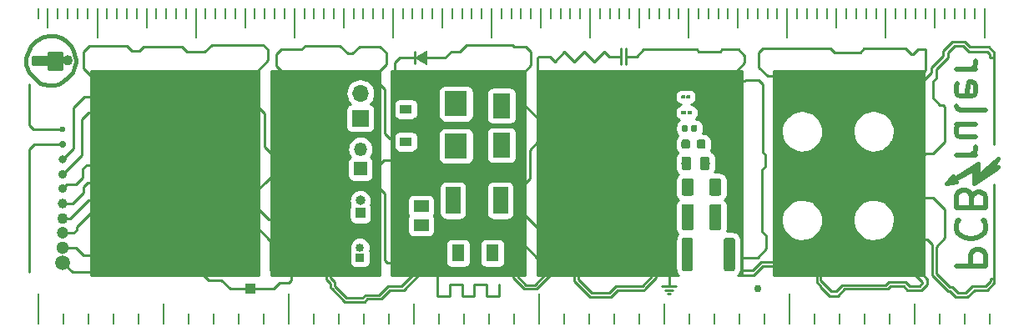
<source format=gbl>
G04 #@! TF.GenerationSoftware,KiCad,Pcbnew,(5.1.4)-1*
G04 #@! TF.CreationDate,2020-02-23T21:57:18+01:00*
G04 #@! TF.ProjectId,PCBRuler,50434252-756c-4657-922e-6b696361645f,1.0*
G04 #@! TF.SameCoordinates,Original*
G04 #@! TF.FileFunction,Copper,L2,Bot*
G04 #@! TF.FilePolarity,Positive*
%FSLAX46Y46*%
G04 Gerber Fmt 4.6, Leading zero omitted, Abs format (unit mm)*
G04 Created by KiCad (PCBNEW (5.1.4)-1) date 2020-02-23 21:57:18*
%MOMM*%
%LPD*%
G04 APERTURE LIST*
%ADD10C,0.100000*%
%ADD11C,0.500000*%
%ADD12C,0.150000*%
%ADD13C,0.381000*%
%ADD14R,1.000000X1.000000*%
%ADD15C,0.750000*%
%ADD16R,1.200000X0.900000*%
%ADD17R,2.300000X2.500000*%
%ADD18R,1.800000X2.500000*%
%ADD19C,0.400000*%
%ADD20R,1.300000X1.700000*%
%ADD21R,1.500000X1.200000*%
%ADD22C,1.125000*%
%ADD23C,1.250000*%
%ADD24C,0.300000*%
%ADD25C,0.590000*%
%ADD26C,0.875000*%
%ADD27O,0.850000X0.850000*%
%ADD28R,0.850000X0.850000*%
%ADD29C,0.975000*%
%ADD30O,1.350000X1.350000*%
%ADD31R,1.350000X1.350000*%
%ADD32O,1.000000X1.000000*%
%ADD33O,1.700000X1.700000*%
%ADD34R,1.700000X1.700000*%
%ADD35R,1.500000X2.700000*%
%ADD36C,0.600000*%
%ADD37C,0.700000*%
%ADD38C,1.200000*%
%ADD39C,1.300000*%
%ADD40C,1.500000*%
%ADD41C,0.800000*%
%ADD42C,1.000000*%
%ADD43C,0.900000*%
%ADD44C,1.100000*%
%ADD45C,0.250000*%
%ADD46C,0.254000*%
G04 APERTURE END LIST*
D10*
G36*
X126400000Y-103700000D02*
G01*
X125200000Y-103000000D01*
X126400000Y-102300000D01*
X126400000Y-103700000D01*
G37*
X126400000Y-103700000D02*
X125200000Y-103000000D01*
X126400000Y-102300000D01*
X126400000Y-103700000D01*
D11*
X180142857Y-124214285D02*
X183142857Y-124214285D01*
X183142857Y-123071428D01*
X183000000Y-122785714D01*
X182857142Y-122642857D01*
X182571428Y-122500000D01*
X182142857Y-122500000D01*
X181857142Y-122642857D01*
X181714285Y-122785714D01*
X181571428Y-123071428D01*
X181571428Y-124214285D01*
X180428571Y-119500000D02*
X180285714Y-119642857D01*
X180142857Y-120071428D01*
X180142857Y-120357142D01*
X180285714Y-120785714D01*
X180571428Y-121071428D01*
X180857142Y-121214285D01*
X181428571Y-121357142D01*
X181857142Y-121357142D01*
X182428571Y-121214285D01*
X182714285Y-121071428D01*
X183000000Y-120785714D01*
X183142857Y-120357142D01*
X183142857Y-120071428D01*
X183000000Y-119642857D01*
X182857142Y-119500000D01*
X181714285Y-117214285D02*
X181571428Y-116785714D01*
X181428571Y-116642857D01*
X181142857Y-116500000D01*
X180714285Y-116500000D01*
X180428571Y-116642857D01*
X180285714Y-116785714D01*
X180142857Y-117071428D01*
X180142857Y-118214285D01*
X183142857Y-118214285D01*
X183142857Y-117214285D01*
X183000000Y-116928571D01*
X182857142Y-116785714D01*
X182571428Y-116642857D01*
X182285714Y-116642857D01*
X182000000Y-116785714D01*
X181857142Y-116928571D01*
X181714285Y-117214285D01*
X181714285Y-118214285D01*
X180142857Y-112928571D02*
X182142857Y-112928571D01*
X181571428Y-112928571D02*
X181857142Y-112785714D01*
X182000000Y-112642857D01*
X182142857Y-112357142D01*
X182142857Y-112071428D01*
X182142857Y-109785714D02*
X180142857Y-109785714D01*
X182142857Y-111071428D02*
X180571428Y-111071428D01*
X180285714Y-110928571D01*
X180142857Y-110642857D01*
X180142857Y-110214285D01*
X180285714Y-109928571D01*
X180428571Y-109785714D01*
X180142857Y-107928571D02*
X180285714Y-108214285D01*
X180571428Y-108357142D01*
X183142857Y-108357142D01*
X180285714Y-105642857D02*
X180142857Y-105928571D01*
X180142857Y-106500000D01*
X180285714Y-106785714D01*
X180571428Y-106928571D01*
X181714285Y-106928571D01*
X182000000Y-106785714D01*
X182142857Y-106500000D01*
X182142857Y-105928571D01*
X182000000Y-105642857D01*
X181714285Y-105500000D01*
X181428571Y-105500000D01*
X181142857Y-106928571D01*
X180142857Y-104214285D02*
X182142857Y-104214285D01*
X181571428Y-104214285D02*
X181857142Y-104071428D01*
X182000000Y-103928571D01*
X182142857Y-103642857D01*
X182142857Y-103357142D01*
D12*
X178440000Y-129987300D02*
X178440000Y-128971300D01*
X180980000Y-129987300D02*
X180980000Y-128971300D01*
X183520000Y-129987300D02*
X183520000Y-128971300D01*
X173360000Y-129987300D02*
X173360000Y-128971300D01*
X168280000Y-129987300D02*
X168280000Y-128971300D01*
X165740000Y-129987300D02*
X165740000Y-128971300D01*
X170820000Y-129987300D02*
X170820000Y-128971300D01*
X175900000Y-129987300D02*
X175900000Y-127955300D01*
X160660000Y-129987300D02*
X160660000Y-128971300D01*
X153040000Y-129987300D02*
X153040000Y-128971300D01*
X140340000Y-129987300D02*
X140340000Y-128971300D01*
X145420000Y-129987300D02*
X145420000Y-128971300D01*
X150500000Y-129987300D02*
X150500000Y-127955300D01*
X147960000Y-129987300D02*
X147960000Y-128971300D01*
X142880000Y-129987300D02*
X142880000Y-128971300D01*
X163200000Y-129987300D02*
X163200000Y-126939300D01*
X158120000Y-129987300D02*
X158120000Y-128971300D01*
X155580000Y-129987300D02*
X155580000Y-128971300D01*
X137800000Y-129987300D02*
X137800000Y-126939300D01*
X127640000Y-129987300D02*
X127640000Y-128971300D01*
X132720000Y-129987300D02*
X132720000Y-128971300D01*
X130180000Y-129987300D02*
X130180000Y-128971300D01*
X125100000Y-129987300D02*
X125100000Y-127955300D01*
X135260000Y-129987300D02*
X135260000Y-128971300D01*
X120020000Y-129987300D02*
X120020000Y-128971300D01*
X117480000Y-129987300D02*
X117480000Y-128971300D01*
X122560000Y-129987300D02*
X122560000Y-128971300D01*
X114940000Y-129987300D02*
X114940000Y-128971300D01*
X112400000Y-129987300D02*
X112400000Y-126939300D01*
X102240000Y-129987300D02*
X102240000Y-128971300D01*
X107320000Y-129987300D02*
X107320000Y-128971300D01*
X104780000Y-129987300D02*
X104780000Y-128971300D01*
X109860000Y-129987300D02*
X109860000Y-128971300D01*
X99700000Y-129987300D02*
X99700000Y-127955300D01*
X97160000Y-129987300D02*
X97160000Y-128971300D01*
X94620000Y-129987300D02*
X94620000Y-128971300D01*
X92080000Y-129987300D02*
X92080000Y-128971300D01*
X89540000Y-129987300D02*
X89540000Y-128971300D01*
X87000000Y-129987300D02*
X87000000Y-126939300D01*
D13*
X90700300Y-102700560D02*
X90799360Y-103300000D01*
X90601240Y-102299240D02*
X90700300Y-102700560D01*
X90298980Y-101798860D02*
X90601240Y-102299240D01*
X89801140Y-101301020D02*
X90298980Y-101798860D01*
X89300760Y-100998760D02*
X89801140Y-101301020D01*
X88698780Y-100800640D02*
X89300760Y-100998760D01*
X88099340Y-100800640D02*
X88698780Y-100800640D01*
X87499900Y-100899700D02*
X88099340Y-100800640D01*
X86798860Y-101301020D02*
X87499900Y-100899700D01*
X86301020Y-101798860D02*
X86798860Y-101301020D01*
X85998760Y-102400840D02*
X86301020Y-101798860D01*
X85800640Y-103000280D02*
X85998760Y-102400840D01*
X85800640Y-103800380D02*
X85800640Y-103000280D01*
X86100360Y-104498880D02*
X85800640Y-103800380D01*
X86499140Y-104999260D02*
X86100360Y-104498880D01*
X87200180Y-105601240D02*
X86499140Y-104999260D01*
X88000280Y-105799360D02*
X87200180Y-105601240D01*
X88599720Y-105799360D02*
X88000280Y-105799360D01*
X89100100Y-105700300D02*
X88599720Y-105799360D01*
X89498880Y-105499640D02*
X89100100Y-105700300D01*
X90100860Y-104999260D02*
X89498880Y-105499640D01*
X90499640Y-104498880D02*
X90100860Y-104999260D01*
X90700300Y-104001040D02*
X90499640Y-104498880D01*
X90799360Y-103399060D02*
X90700300Y-104001040D01*
X90799360Y-103300000D02*
X90799360Y-103399060D01*
X90314926Y-103300000D02*
G75*
G03X90314926Y-103300000I-315666J0D01*
G01*
X88099340Y-104100100D02*
X89300760Y-104100100D01*
X88099340Y-102598960D02*
X88099340Y-104100100D01*
X89300760Y-102598960D02*
X88099340Y-102598960D01*
X89300760Y-104100100D02*
X89300760Y-102598960D01*
X86499140Y-103599720D02*
X86499140Y-103099340D01*
X88000280Y-103599720D02*
X86499140Y-103599720D01*
X86499140Y-103000280D02*
X88099340Y-103000280D01*
X86499140Y-103200940D02*
X86499140Y-103000280D01*
X88000280Y-103300000D02*
X86699800Y-103300000D01*
X88399060Y-104100100D02*
X88399060Y-102799620D01*
X88698780Y-102799620D02*
X88698780Y-104001040D01*
X89001040Y-104001040D02*
X89001040Y-102700560D01*
X90199920Y-103300000D02*
X89801140Y-103300000D01*
X179676000Y-115527000D02*
X180184000Y-115654000D01*
X181962000Y-114384000D02*
X179676000Y-115527000D01*
X181962000Y-115781000D02*
X181962000Y-114384000D01*
X184248000Y-114257000D02*
X181962000Y-115781000D01*
X183867000Y-114003000D02*
X184375000Y-114130000D01*
X184375000Y-113241000D02*
X183867000Y-114003000D01*
X182343000Y-115019000D02*
X184375000Y-113241000D01*
X182343000Y-113749000D02*
X182343000Y-115019000D01*
X179549000Y-115527000D02*
X182343000Y-113749000D01*
X179803000Y-115019000D02*
X179549000Y-115527000D01*
X179168000Y-115781000D02*
X179803000Y-115019000D01*
X180184000Y-115654000D02*
X179168000Y-115781000D01*
X182089000Y-115400000D02*
X182089000Y-114130000D01*
X183994000Y-114003000D02*
X182089000Y-115400000D01*
D12*
X92000000Y-98000000D02*
X92000000Y-99000000D01*
X91000000Y-98000000D02*
X91000000Y-99000000D01*
X90000000Y-98000000D02*
X90000000Y-99000000D01*
X93000000Y-98000000D02*
X93000000Y-101000000D01*
X94000000Y-98000000D02*
X94000000Y-99000000D01*
X95000000Y-98000000D02*
X95000000Y-99000000D01*
X96000000Y-98000000D02*
X96000000Y-99000000D01*
X97000000Y-98000000D02*
X97000000Y-99000000D01*
X98000000Y-98000000D02*
X98000000Y-100000000D01*
X102000000Y-98000000D02*
X102000000Y-99000000D01*
X101000000Y-98000000D02*
X101000000Y-99000000D01*
X103000000Y-98000000D02*
X103000000Y-101000000D01*
X100000000Y-98000000D02*
X100000000Y-99000000D01*
X99000000Y-98000000D02*
X99000000Y-99000000D01*
X106000000Y-98000000D02*
X106000000Y-99000000D01*
X104000000Y-98000000D02*
X104000000Y-99000000D01*
X107000000Y-98000000D02*
X107000000Y-99000000D01*
X108000000Y-98000000D02*
X108000000Y-100000000D01*
X105000000Y-98000000D02*
X105000000Y-99000000D01*
X109000000Y-98000000D02*
X109000000Y-99000000D01*
X112000000Y-98000000D02*
X112000000Y-99000000D01*
X113000000Y-98000000D02*
X113000000Y-101000000D01*
X110000000Y-98000000D02*
X110000000Y-99000000D01*
X111000000Y-98000000D02*
X111000000Y-99000000D01*
X116000000Y-98000000D02*
X116000000Y-99000000D01*
X117000000Y-98000000D02*
X117000000Y-99000000D01*
X115000000Y-98000000D02*
X115000000Y-99000000D01*
X114000000Y-98000000D02*
X114000000Y-99000000D01*
X118000000Y-98000000D02*
X118000000Y-100000000D01*
X123000000Y-98000000D02*
X123000000Y-101000000D01*
X119000000Y-98000000D02*
X119000000Y-99000000D01*
X121000000Y-98000000D02*
X121000000Y-99000000D01*
X122000000Y-98000000D02*
X122000000Y-99000000D01*
X120000000Y-98000000D02*
X120000000Y-99000000D01*
X127000000Y-98000000D02*
X127000000Y-99000000D01*
X126000000Y-98000000D02*
X126000000Y-99000000D01*
X128000000Y-98000000D02*
X128000000Y-100000000D01*
X131000000Y-98000000D02*
X131000000Y-99000000D01*
X129000000Y-98000000D02*
X129000000Y-99000000D01*
X132000000Y-98000000D02*
X132000000Y-99000000D01*
X133000000Y-98000000D02*
X133000000Y-101000000D01*
X130000000Y-98000000D02*
X130000000Y-99000000D01*
X125000000Y-98000000D02*
X125000000Y-99000000D01*
X124000000Y-98000000D02*
X124000000Y-99000000D01*
X143000000Y-98000000D02*
X143000000Y-101000000D01*
X135000000Y-98000000D02*
X135000000Y-99000000D01*
X140000000Y-98000000D02*
X140000000Y-99000000D01*
X134000000Y-98000000D02*
X134000000Y-99000000D01*
X137000000Y-98000000D02*
X137000000Y-99000000D01*
X136000000Y-98000000D02*
X136000000Y-99000000D01*
X138000000Y-98000000D02*
X138000000Y-100000000D01*
X141000000Y-98000000D02*
X141000000Y-99000000D01*
X139000000Y-98000000D02*
X139000000Y-99000000D01*
X142000000Y-98000000D02*
X142000000Y-99000000D01*
X146000000Y-98000000D02*
X146000000Y-99000000D01*
X149000000Y-98000000D02*
X149000000Y-99000000D01*
X152000000Y-98000000D02*
X152000000Y-99000000D01*
X153000000Y-98000000D02*
X153000000Y-101000000D01*
X145000000Y-98000000D02*
X145000000Y-99000000D01*
X150000000Y-98000000D02*
X150000000Y-99000000D01*
X147000000Y-98000000D02*
X147000000Y-99000000D01*
X144000000Y-98000000D02*
X144000000Y-99000000D01*
X151000000Y-98000000D02*
X151000000Y-99000000D01*
X148000000Y-98000000D02*
X148000000Y-100000000D01*
X162000000Y-98000000D02*
X162000000Y-99000000D01*
X159000000Y-98000000D02*
X159000000Y-99000000D01*
X163000000Y-98000000D02*
X163000000Y-101000000D01*
X158000000Y-98000000D02*
X158000000Y-100000000D01*
X155000000Y-98000000D02*
X155000000Y-99000000D01*
X160000000Y-98000000D02*
X160000000Y-99000000D01*
X157000000Y-98000000D02*
X157000000Y-99000000D01*
X161000000Y-98000000D02*
X161000000Y-99000000D01*
X154000000Y-98000000D02*
X154000000Y-99000000D01*
X156000000Y-98000000D02*
X156000000Y-99000000D01*
X171000000Y-98000000D02*
X171000000Y-99000000D01*
X167000000Y-98000000D02*
X167000000Y-99000000D01*
X169000000Y-98000000D02*
X169000000Y-99000000D01*
X166000000Y-98000000D02*
X166000000Y-99000000D01*
X172000000Y-98000000D02*
X172000000Y-99000000D01*
X173000000Y-98000000D02*
X173000000Y-101000000D01*
X168000000Y-98000000D02*
X168000000Y-100000000D01*
X170000000Y-98000000D02*
X170000000Y-99000000D01*
X165000000Y-98000000D02*
X165000000Y-99000000D01*
X164000000Y-98000000D02*
X164000000Y-99000000D01*
X177000000Y-98000000D02*
X177000000Y-99000000D01*
X182000000Y-98000000D02*
X182000000Y-99000000D01*
X175000000Y-98000000D02*
X175000000Y-99000000D01*
X174000000Y-98000000D02*
X174000000Y-99000000D01*
X176000000Y-98000000D02*
X176000000Y-99000000D01*
X183000000Y-98000000D02*
X183000000Y-101000000D01*
X179000000Y-98000000D02*
X179000000Y-99000000D01*
X178000000Y-98000000D02*
X178000000Y-100000000D01*
X180000000Y-98000000D02*
X180000000Y-99000000D01*
X181000000Y-98000000D02*
X181000000Y-99000000D01*
X87000000Y-98000000D02*
X87000000Y-99000000D01*
X88000000Y-98000000D02*
X88000000Y-100000000D01*
X89000000Y-98000000D02*
X89000000Y-99000000D01*
D14*
X108500000Y-126500000D03*
D15*
X160000000Y-126500000D03*
D16*
X124300000Y-108250000D03*
X124300000Y-111550000D03*
D17*
X129400000Y-107700000D03*
X129400000Y-112000000D03*
D18*
X134000000Y-107900000D03*
X134000000Y-111900000D03*
D10*
G36*
X153259802Y-108400482D02*
G01*
X153269509Y-108401921D01*
X153279028Y-108404306D01*
X153288268Y-108407612D01*
X153297140Y-108411808D01*
X153305557Y-108416853D01*
X153313439Y-108422699D01*
X153320711Y-108429289D01*
X153327301Y-108436561D01*
X153333147Y-108444443D01*
X153338192Y-108452860D01*
X153342388Y-108461732D01*
X153345694Y-108470972D01*
X153348079Y-108480491D01*
X153349518Y-108490198D01*
X153350000Y-108500000D01*
X153350000Y-108700000D01*
X153349518Y-108709802D01*
X153348079Y-108719509D01*
X153345694Y-108729028D01*
X153342388Y-108738268D01*
X153338192Y-108747140D01*
X153333147Y-108755557D01*
X153327301Y-108763439D01*
X153320711Y-108770711D01*
X153313439Y-108777301D01*
X153305557Y-108783147D01*
X153297140Y-108788192D01*
X153288268Y-108792388D01*
X153279028Y-108795694D01*
X153269509Y-108798079D01*
X153259802Y-108799518D01*
X153250000Y-108800000D01*
X152990000Y-108800000D01*
X152980198Y-108799518D01*
X152970491Y-108798079D01*
X152960972Y-108795694D01*
X152951732Y-108792388D01*
X152942860Y-108788192D01*
X152934443Y-108783147D01*
X152926561Y-108777301D01*
X152919289Y-108770711D01*
X152912699Y-108763439D01*
X152906853Y-108755557D01*
X152901808Y-108747140D01*
X152897612Y-108738268D01*
X152894306Y-108729028D01*
X152891921Y-108719509D01*
X152890482Y-108709802D01*
X152890000Y-108700000D01*
X152890000Y-108500000D01*
X152890482Y-108490198D01*
X152891921Y-108480491D01*
X152894306Y-108470972D01*
X152897612Y-108461732D01*
X152901808Y-108452860D01*
X152906853Y-108444443D01*
X152912699Y-108436561D01*
X152919289Y-108429289D01*
X152926561Y-108422699D01*
X152934443Y-108416853D01*
X152942860Y-108411808D01*
X152951732Y-108407612D01*
X152960972Y-108404306D01*
X152970491Y-108401921D01*
X152980198Y-108400482D01*
X152990000Y-108400000D01*
X153250000Y-108400000D01*
X153259802Y-108400482D01*
X153259802Y-108400482D01*
G37*
D19*
X153120000Y-108600000D03*
D10*
G36*
X152619802Y-108400482D02*
G01*
X152629509Y-108401921D01*
X152639028Y-108404306D01*
X152648268Y-108407612D01*
X152657140Y-108411808D01*
X152665557Y-108416853D01*
X152673439Y-108422699D01*
X152680711Y-108429289D01*
X152687301Y-108436561D01*
X152693147Y-108444443D01*
X152698192Y-108452860D01*
X152702388Y-108461732D01*
X152705694Y-108470972D01*
X152708079Y-108480491D01*
X152709518Y-108490198D01*
X152710000Y-108500000D01*
X152710000Y-108700000D01*
X152709518Y-108709802D01*
X152708079Y-108719509D01*
X152705694Y-108729028D01*
X152702388Y-108738268D01*
X152698192Y-108747140D01*
X152693147Y-108755557D01*
X152687301Y-108763439D01*
X152680711Y-108770711D01*
X152673439Y-108777301D01*
X152665557Y-108783147D01*
X152657140Y-108788192D01*
X152648268Y-108792388D01*
X152639028Y-108795694D01*
X152629509Y-108798079D01*
X152619802Y-108799518D01*
X152610000Y-108800000D01*
X152350000Y-108800000D01*
X152340198Y-108799518D01*
X152330491Y-108798079D01*
X152320972Y-108795694D01*
X152311732Y-108792388D01*
X152302860Y-108788192D01*
X152294443Y-108783147D01*
X152286561Y-108777301D01*
X152279289Y-108770711D01*
X152272699Y-108763439D01*
X152266853Y-108755557D01*
X152261808Y-108747140D01*
X152257612Y-108738268D01*
X152254306Y-108729028D01*
X152251921Y-108719509D01*
X152250482Y-108709802D01*
X152250000Y-108700000D01*
X152250000Y-108500000D01*
X152250482Y-108490198D01*
X152251921Y-108480491D01*
X152254306Y-108470972D01*
X152257612Y-108461732D01*
X152261808Y-108452860D01*
X152266853Y-108444443D01*
X152272699Y-108436561D01*
X152279289Y-108429289D01*
X152286561Y-108422699D01*
X152294443Y-108416853D01*
X152302860Y-108411808D01*
X152311732Y-108407612D01*
X152320972Y-108404306D01*
X152330491Y-108401921D01*
X152340198Y-108400482D01*
X152350000Y-108400000D01*
X152610000Y-108400000D01*
X152619802Y-108400482D01*
X152619802Y-108400482D01*
G37*
D19*
X152480000Y-108600000D03*
D20*
X129600000Y-122850000D03*
X133100000Y-122850000D03*
D21*
X125850000Y-120000000D03*
X125850000Y-118100000D03*
D10*
G36*
X157474730Y-121301203D02*
G01*
X157498974Y-121304799D01*
X157522749Y-121310754D01*
X157545825Y-121319011D01*
X157567981Y-121329490D01*
X157589004Y-121342090D01*
X157608690Y-121356691D01*
X157626850Y-121373150D01*
X157643309Y-121391310D01*
X157657910Y-121410996D01*
X157670510Y-121432019D01*
X157680989Y-121454175D01*
X157689246Y-121477251D01*
X157695201Y-121501026D01*
X157698797Y-121525270D01*
X157700000Y-121549750D01*
X157700000Y-124450250D01*
X157698797Y-124474730D01*
X157695201Y-124498974D01*
X157689246Y-124522749D01*
X157680989Y-124545825D01*
X157670510Y-124567981D01*
X157657910Y-124589004D01*
X157643309Y-124608690D01*
X157626850Y-124626850D01*
X157608690Y-124643309D01*
X157589004Y-124657910D01*
X157567981Y-124670510D01*
X157545825Y-124680989D01*
X157522749Y-124689246D01*
X157498974Y-124695201D01*
X157474730Y-124698797D01*
X157450250Y-124700000D01*
X156824750Y-124700000D01*
X156800270Y-124698797D01*
X156776026Y-124695201D01*
X156752251Y-124689246D01*
X156729175Y-124680989D01*
X156707019Y-124670510D01*
X156685996Y-124657910D01*
X156666310Y-124643309D01*
X156648150Y-124626850D01*
X156631691Y-124608690D01*
X156617090Y-124589004D01*
X156604490Y-124567981D01*
X156594011Y-124545825D01*
X156585754Y-124522749D01*
X156579799Y-124498974D01*
X156576203Y-124474730D01*
X156575000Y-124450250D01*
X156575000Y-121549750D01*
X156576203Y-121525270D01*
X156579799Y-121501026D01*
X156585754Y-121477251D01*
X156594011Y-121454175D01*
X156604490Y-121432019D01*
X156617090Y-121410996D01*
X156631691Y-121391310D01*
X156648150Y-121373150D01*
X156666310Y-121356691D01*
X156685996Y-121342090D01*
X156707019Y-121329490D01*
X156729175Y-121319011D01*
X156752251Y-121310754D01*
X156776026Y-121304799D01*
X156800270Y-121301203D01*
X156824750Y-121300000D01*
X157450250Y-121300000D01*
X157474730Y-121301203D01*
X157474730Y-121301203D01*
G37*
D22*
X157137500Y-123000000D03*
D10*
G36*
X153199505Y-121301204D02*
G01*
X153223773Y-121304804D01*
X153247572Y-121310765D01*
X153270671Y-121319030D01*
X153292850Y-121329520D01*
X153313893Y-121342132D01*
X153333599Y-121356747D01*
X153351777Y-121373223D01*
X153368253Y-121391401D01*
X153382868Y-121411107D01*
X153395480Y-121432150D01*
X153405970Y-121454329D01*
X153414235Y-121477428D01*
X153420196Y-121501227D01*
X153423796Y-121525495D01*
X153425000Y-121549999D01*
X153425000Y-124450001D01*
X153423796Y-124474505D01*
X153420196Y-124498773D01*
X153414235Y-124522572D01*
X153405970Y-124545671D01*
X153395480Y-124567850D01*
X153382868Y-124588893D01*
X153368253Y-124608599D01*
X153351777Y-124626777D01*
X153333599Y-124643253D01*
X153313893Y-124657868D01*
X153292850Y-124670480D01*
X153270671Y-124680970D01*
X153247572Y-124689235D01*
X153223773Y-124695196D01*
X153199505Y-124698796D01*
X153175001Y-124700000D01*
X152549999Y-124700000D01*
X152525495Y-124698796D01*
X152501227Y-124695196D01*
X152477428Y-124689235D01*
X152454329Y-124680970D01*
X152432150Y-124670480D01*
X152411107Y-124657868D01*
X152391401Y-124643253D01*
X152373223Y-124626777D01*
X152356747Y-124608599D01*
X152342132Y-124588893D01*
X152329520Y-124567850D01*
X152319030Y-124545671D01*
X152310765Y-124522572D01*
X152304804Y-124498773D01*
X152301204Y-124474505D01*
X152300000Y-124450001D01*
X152300000Y-121549999D01*
X152301204Y-121525495D01*
X152304804Y-121501227D01*
X152310765Y-121477428D01*
X152319030Y-121454329D01*
X152329520Y-121432150D01*
X152342132Y-121411107D01*
X152356747Y-121391401D01*
X152373223Y-121373223D01*
X152391401Y-121356747D01*
X152411107Y-121342132D01*
X152432150Y-121329520D01*
X152454329Y-121319030D01*
X152477428Y-121310765D01*
X152501227Y-121304804D01*
X152525495Y-121301204D01*
X152549999Y-121300000D01*
X153175001Y-121300000D01*
X153199505Y-121301204D01*
X153199505Y-121301204D01*
G37*
D22*
X152862500Y-123000000D03*
D10*
G36*
X156099504Y-115276204D02*
G01*
X156123773Y-115279804D01*
X156147571Y-115285765D01*
X156170671Y-115294030D01*
X156192849Y-115304520D01*
X156213893Y-115317133D01*
X156233598Y-115331747D01*
X156251777Y-115348223D01*
X156268253Y-115366402D01*
X156282867Y-115386107D01*
X156295480Y-115407151D01*
X156305970Y-115429329D01*
X156314235Y-115452429D01*
X156320196Y-115476227D01*
X156323796Y-115500496D01*
X156325000Y-115525000D01*
X156325000Y-116775000D01*
X156323796Y-116799504D01*
X156320196Y-116823773D01*
X156314235Y-116847571D01*
X156305970Y-116870671D01*
X156295480Y-116892849D01*
X156282867Y-116913893D01*
X156268253Y-116933598D01*
X156251777Y-116951777D01*
X156233598Y-116968253D01*
X156213893Y-116982867D01*
X156192849Y-116995480D01*
X156170671Y-117005970D01*
X156147571Y-117014235D01*
X156123773Y-117020196D01*
X156099504Y-117023796D01*
X156075000Y-117025000D01*
X155325000Y-117025000D01*
X155300496Y-117023796D01*
X155276227Y-117020196D01*
X155252429Y-117014235D01*
X155229329Y-117005970D01*
X155207151Y-116995480D01*
X155186107Y-116982867D01*
X155166402Y-116968253D01*
X155148223Y-116951777D01*
X155131747Y-116933598D01*
X155117133Y-116913893D01*
X155104520Y-116892849D01*
X155094030Y-116870671D01*
X155085765Y-116847571D01*
X155079804Y-116823773D01*
X155076204Y-116799504D01*
X155075000Y-116775000D01*
X155075000Y-115525000D01*
X155076204Y-115500496D01*
X155079804Y-115476227D01*
X155085765Y-115452429D01*
X155094030Y-115429329D01*
X155104520Y-115407151D01*
X155117133Y-115386107D01*
X155131747Y-115366402D01*
X155148223Y-115348223D01*
X155166402Y-115331747D01*
X155186107Y-115317133D01*
X155207151Y-115304520D01*
X155229329Y-115294030D01*
X155252429Y-115285765D01*
X155276227Y-115279804D01*
X155300496Y-115276204D01*
X155325000Y-115275000D01*
X156075000Y-115275000D01*
X156099504Y-115276204D01*
X156099504Y-115276204D01*
G37*
D23*
X155700000Y-116150000D03*
D10*
G36*
X153299504Y-115276204D02*
G01*
X153323773Y-115279804D01*
X153347571Y-115285765D01*
X153370671Y-115294030D01*
X153392849Y-115304520D01*
X153413893Y-115317133D01*
X153433598Y-115331747D01*
X153451777Y-115348223D01*
X153468253Y-115366402D01*
X153482867Y-115386107D01*
X153495480Y-115407151D01*
X153505970Y-115429329D01*
X153514235Y-115452429D01*
X153520196Y-115476227D01*
X153523796Y-115500496D01*
X153525000Y-115525000D01*
X153525000Y-116775000D01*
X153523796Y-116799504D01*
X153520196Y-116823773D01*
X153514235Y-116847571D01*
X153505970Y-116870671D01*
X153495480Y-116892849D01*
X153482867Y-116913893D01*
X153468253Y-116933598D01*
X153451777Y-116951777D01*
X153433598Y-116968253D01*
X153413893Y-116982867D01*
X153392849Y-116995480D01*
X153370671Y-117005970D01*
X153347571Y-117014235D01*
X153323773Y-117020196D01*
X153299504Y-117023796D01*
X153275000Y-117025000D01*
X152525000Y-117025000D01*
X152500496Y-117023796D01*
X152476227Y-117020196D01*
X152452429Y-117014235D01*
X152429329Y-117005970D01*
X152407151Y-116995480D01*
X152386107Y-116982867D01*
X152366402Y-116968253D01*
X152348223Y-116951777D01*
X152331747Y-116933598D01*
X152317133Y-116913893D01*
X152304520Y-116892849D01*
X152294030Y-116870671D01*
X152285765Y-116847571D01*
X152279804Y-116823773D01*
X152276204Y-116799504D01*
X152275000Y-116775000D01*
X152275000Y-115525000D01*
X152276204Y-115500496D01*
X152279804Y-115476227D01*
X152285765Y-115452429D01*
X152294030Y-115429329D01*
X152304520Y-115407151D01*
X152317133Y-115386107D01*
X152331747Y-115366402D01*
X152348223Y-115348223D01*
X152366402Y-115331747D01*
X152386107Y-115317133D01*
X152407151Y-115304520D01*
X152429329Y-115294030D01*
X152452429Y-115285765D01*
X152476227Y-115279804D01*
X152500496Y-115276204D01*
X152525000Y-115275000D01*
X153275000Y-115275000D01*
X153299504Y-115276204D01*
X153299504Y-115276204D01*
G37*
D23*
X152900000Y-116150000D03*
D10*
G36*
X153082351Y-106850361D02*
G01*
X153089632Y-106851441D01*
X153096771Y-106853229D01*
X153103701Y-106855709D01*
X153110355Y-106858856D01*
X153116668Y-106862640D01*
X153122579Y-106867024D01*
X153128033Y-106871967D01*
X153132976Y-106877421D01*
X153137360Y-106883332D01*
X153141144Y-106889645D01*
X153144291Y-106896299D01*
X153146771Y-106903229D01*
X153148559Y-106910368D01*
X153149639Y-106917649D01*
X153150000Y-106925000D01*
X153150000Y-107075000D01*
X153149639Y-107082351D01*
X153148559Y-107089632D01*
X153146771Y-107096771D01*
X153144291Y-107103701D01*
X153141144Y-107110355D01*
X153137360Y-107116668D01*
X153132976Y-107122579D01*
X153128033Y-107128033D01*
X153122579Y-107132976D01*
X153116668Y-107137360D01*
X153110355Y-107141144D01*
X153103701Y-107144291D01*
X153096771Y-107146771D01*
X153089632Y-107148559D01*
X153082351Y-107149639D01*
X153075000Y-107150000D01*
X152825000Y-107150000D01*
X152817649Y-107149639D01*
X152810368Y-107148559D01*
X152803229Y-107146771D01*
X152796299Y-107144291D01*
X152789645Y-107141144D01*
X152783332Y-107137360D01*
X152777421Y-107132976D01*
X152771967Y-107128033D01*
X152767024Y-107122579D01*
X152762640Y-107116668D01*
X152758856Y-107110355D01*
X152755709Y-107103701D01*
X152753229Y-107096771D01*
X152751441Y-107089632D01*
X152750361Y-107082351D01*
X152750000Y-107075000D01*
X152750000Y-106925000D01*
X152750361Y-106917649D01*
X152751441Y-106910368D01*
X152753229Y-106903229D01*
X152755709Y-106896299D01*
X152758856Y-106889645D01*
X152762640Y-106883332D01*
X152767024Y-106877421D01*
X152771967Y-106871967D01*
X152777421Y-106867024D01*
X152783332Y-106862640D01*
X152789645Y-106858856D01*
X152796299Y-106855709D01*
X152803229Y-106853229D01*
X152810368Y-106851441D01*
X152817649Y-106850361D01*
X152825000Y-106850000D01*
X153075000Y-106850000D01*
X153082351Y-106850361D01*
X153082351Y-106850361D01*
G37*
D24*
X152950000Y-107000000D03*
D10*
G36*
X152582351Y-106850361D02*
G01*
X152589632Y-106851441D01*
X152596771Y-106853229D01*
X152603701Y-106855709D01*
X152610355Y-106858856D01*
X152616668Y-106862640D01*
X152622579Y-106867024D01*
X152628033Y-106871967D01*
X152632976Y-106877421D01*
X152637360Y-106883332D01*
X152641144Y-106889645D01*
X152644291Y-106896299D01*
X152646771Y-106903229D01*
X152648559Y-106910368D01*
X152649639Y-106917649D01*
X152650000Y-106925000D01*
X152650000Y-107075000D01*
X152649639Y-107082351D01*
X152648559Y-107089632D01*
X152646771Y-107096771D01*
X152644291Y-107103701D01*
X152641144Y-107110355D01*
X152637360Y-107116668D01*
X152632976Y-107122579D01*
X152628033Y-107128033D01*
X152622579Y-107132976D01*
X152616668Y-107137360D01*
X152610355Y-107141144D01*
X152603701Y-107144291D01*
X152596771Y-107146771D01*
X152589632Y-107148559D01*
X152582351Y-107149639D01*
X152575000Y-107150000D01*
X152325000Y-107150000D01*
X152317649Y-107149639D01*
X152310368Y-107148559D01*
X152303229Y-107146771D01*
X152296299Y-107144291D01*
X152289645Y-107141144D01*
X152283332Y-107137360D01*
X152277421Y-107132976D01*
X152271967Y-107128033D01*
X152267024Y-107122579D01*
X152262640Y-107116668D01*
X152258856Y-107110355D01*
X152255709Y-107103701D01*
X152253229Y-107096771D01*
X152251441Y-107089632D01*
X152250361Y-107082351D01*
X152250000Y-107075000D01*
X152250000Y-106925000D01*
X152250361Y-106917649D01*
X152251441Y-106910368D01*
X152253229Y-106903229D01*
X152255709Y-106896299D01*
X152258856Y-106889645D01*
X152262640Y-106883332D01*
X152267024Y-106877421D01*
X152271967Y-106871967D01*
X152277421Y-106867024D01*
X152283332Y-106862640D01*
X152289645Y-106858856D01*
X152296299Y-106855709D01*
X152303229Y-106853229D01*
X152310368Y-106851441D01*
X152317649Y-106850361D01*
X152325000Y-106850000D01*
X152575000Y-106850000D01*
X152582351Y-106850361D01*
X152582351Y-106850361D01*
G37*
D24*
X152450000Y-107000000D03*
D10*
G36*
X153731958Y-109880710D02*
G01*
X153746276Y-109882834D01*
X153760317Y-109886351D01*
X153773946Y-109891228D01*
X153787031Y-109897417D01*
X153799447Y-109904858D01*
X153811073Y-109913481D01*
X153821798Y-109923202D01*
X153831519Y-109933927D01*
X153840142Y-109945553D01*
X153847583Y-109957969D01*
X153853772Y-109971054D01*
X153858649Y-109984683D01*
X153862166Y-109998724D01*
X153864290Y-110013042D01*
X153865000Y-110027500D01*
X153865000Y-110372500D01*
X153864290Y-110386958D01*
X153862166Y-110401276D01*
X153858649Y-110415317D01*
X153853772Y-110428946D01*
X153847583Y-110442031D01*
X153840142Y-110454447D01*
X153831519Y-110466073D01*
X153821798Y-110476798D01*
X153811073Y-110486519D01*
X153799447Y-110495142D01*
X153787031Y-110502583D01*
X153773946Y-110508772D01*
X153760317Y-110513649D01*
X153746276Y-110517166D01*
X153731958Y-110519290D01*
X153717500Y-110520000D01*
X153422500Y-110520000D01*
X153408042Y-110519290D01*
X153393724Y-110517166D01*
X153379683Y-110513649D01*
X153366054Y-110508772D01*
X153352969Y-110502583D01*
X153340553Y-110495142D01*
X153328927Y-110486519D01*
X153318202Y-110476798D01*
X153308481Y-110466073D01*
X153299858Y-110454447D01*
X153292417Y-110442031D01*
X153286228Y-110428946D01*
X153281351Y-110415317D01*
X153277834Y-110401276D01*
X153275710Y-110386958D01*
X153275000Y-110372500D01*
X153275000Y-110027500D01*
X153275710Y-110013042D01*
X153277834Y-109998724D01*
X153281351Y-109984683D01*
X153286228Y-109971054D01*
X153292417Y-109957969D01*
X153299858Y-109945553D01*
X153308481Y-109933927D01*
X153318202Y-109923202D01*
X153328927Y-109913481D01*
X153340553Y-109904858D01*
X153352969Y-109897417D01*
X153366054Y-109891228D01*
X153379683Y-109886351D01*
X153393724Y-109882834D01*
X153408042Y-109880710D01*
X153422500Y-109880000D01*
X153717500Y-109880000D01*
X153731958Y-109880710D01*
X153731958Y-109880710D01*
G37*
D25*
X153570000Y-110200000D03*
D10*
G36*
X152761958Y-109880710D02*
G01*
X152776276Y-109882834D01*
X152790317Y-109886351D01*
X152803946Y-109891228D01*
X152817031Y-109897417D01*
X152829447Y-109904858D01*
X152841073Y-109913481D01*
X152851798Y-109923202D01*
X152861519Y-109933927D01*
X152870142Y-109945553D01*
X152877583Y-109957969D01*
X152883772Y-109971054D01*
X152888649Y-109984683D01*
X152892166Y-109998724D01*
X152894290Y-110013042D01*
X152895000Y-110027500D01*
X152895000Y-110372500D01*
X152894290Y-110386958D01*
X152892166Y-110401276D01*
X152888649Y-110415317D01*
X152883772Y-110428946D01*
X152877583Y-110442031D01*
X152870142Y-110454447D01*
X152861519Y-110466073D01*
X152851798Y-110476798D01*
X152841073Y-110486519D01*
X152829447Y-110495142D01*
X152817031Y-110502583D01*
X152803946Y-110508772D01*
X152790317Y-110513649D01*
X152776276Y-110517166D01*
X152761958Y-110519290D01*
X152747500Y-110520000D01*
X152452500Y-110520000D01*
X152438042Y-110519290D01*
X152423724Y-110517166D01*
X152409683Y-110513649D01*
X152396054Y-110508772D01*
X152382969Y-110502583D01*
X152370553Y-110495142D01*
X152358927Y-110486519D01*
X152348202Y-110476798D01*
X152338481Y-110466073D01*
X152329858Y-110454447D01*
X152322417Y-110442031D01*
X152316228Y-110428946D01*
X152311351Y-110415317D01*
X152307834Y-110401276D01*
X152305710Y-110386958D01*
X152305000Y-110372500D01*
X152305000Y-110027500D01*
X152305710Y-110013042D01*
X152307834Y-109998724D01*
X152311351Y-109984683D01*
X152316228Y-109971054D01*
X152322417Y-109957969D01*
X152329858Y-109945553D01*
X152338481Y-109933927D01*
X152348202Y-109923202D01*
X152358927Y-109913481D01*
X152370553Y-109904858D01*
X152382969Y-109897417D01*
X152396054Y-109891228D01*
X152409683Y-109886351D01*
X152423724Y-109882834D01*
X152438042Y-109880710D01*
X152452500Y-109880000D01*
X152747500Y-109880000D01*
X152761958Y-109880710D01*
X152761958Y-109880710D01*
G37*
D25*
X152600000Y-110200000D03*
D10*
G36*
X154515191Y-111326053D02*
G01*
X154536426Y-111329203D01*
X154557250Y-111334419D01*
X154577462Y-111341651D01*
X154596868Y-111350830D01*
X154615281Y-111361866D01*
X154632524Y-111374654D01*
X154648430Y-111389070D01*
X154662846Y-111404976D01*
X154675634Y-111422219D01*
X154686670Y-111440632D01*
X154695849Y-111460038D01*
X154703081Y-111480250D01*
X154708297Y-111501074D01*
X154711447Y-111522309D01*
X154712500Y-111543750D01*
X154712500Y-112056250D01*
X154711447Y-112077691D01*
X154708297Y-112098926D01*
X154703081Y-112119750D01*
X154695849Y-112139962D01*
X154686670Y-112159368D01*
X154675634Y-112177781D01*
X154662846Y-112195024D01*
X154648430Y-112210930D01*
X154632524Y-112225346D01*
X154615281Y-112238134D01*
X154596868Y-112249170D01*
X154577462Y-112258349D01*
X154557250Y-112265581D01*
X154536426Y-112270797D01*
X154515191Y-112273947D01*
X154493750Y-112275000D01*
X154056250Y-112275000D01*
X154034809Y-112273947D01*
X154013574Y-112270797D01*
X153992750Y-112265581D01*
X153972538Y-112258349D01*
X153953132Y-112249170D01*
X153934719Y-112238134D01*
X153917476Y-112225346D01*
X153901570Y-112210930D01*
X153887154Y-112195024D01*
X153874366Y-112177781D01*
X153863330Y-112159368D01*
X153854151Y-112139962D01*
X153846919Y-112119750D01*
X153841703Y-112098926D01*
X153838553Y-112077691D01*
X153837500Y-112056250D01*
X153837500Y-111543750D01*
X153838553Y-111522309D01*
X153841703Y-111501074D01*
X153846919Y-111480250D01*
X153854151Y-111460038D01*
X153863330Y-111440632D01*
X153874366Y-111422219D01*
X153887154Y-111404976D01*
X153901570Y-111389070D01*
X153917476Y-111374654D01*
X153934719Y-111361866D01*
X153953132Y-111350830D01*
X153972538Y-111341651D01*
X153992750Y-111334419D01*
X154013574Y-111329203D01*
X154034809Y-111326053D01*
X154056250Y-111325000D01*
X154493750Y-111325000D01*
X154515191Y-111326053D01*
X154515191Y-111326053D01*
G37*
D26*
X154275000Y-111800000D03*
D10*
G36*
X152940191Y-111326053D02*
G01*
X152961426Y-111329203D01*
X152982250Y-111334419D01*
X153002462Y-111341651D01*
X153021868Y-111350830D01*
X153040281Y-111361866D01*
X153057524Y-111374654D01*
X153073430Y-111389070D01*
X153087846Y-111404976D01*
X153100634Y-111422219D01*
X153111670Y-111440632D01*
X153120849Y-111460038D01*
X153128081Y-111480250D01*
X153133297Y-111501074D01*
X153136447Y-111522309D01*
X153137500Y-111543750D01*
X153137500Y-112056250D01*
X153136447Y-112077691D01*
X153133297Y-112098926D01*
X153128081Y-112119750D01*
X153120849Y-112139962D01*
X153111670Y-112159368D01*
X153100634Y-112177781D01*
X153087846Y-112195024D01*
X153073430Y-112210930D01*
X153057524Y-112225346D01*
X153040281Y-112238134D01*
X153021868Y-112249170D01*
X153002462Y-112258349D01*
X152982250Y-112265581D01*
X152961426Y-112270797D01*
X152940191Y-112273947D01*
X152918750Y-112275000D01*
X152481250Y-112275000D01*
X152459809Y-112273947D01*
X152438574Y-112270797D01*
X152417750Y-112265581D01*
X152397538Y-112258349D01*
X152378132Y-112249170D01*
X152359719Y-112238134D01*
X152342476Y-112225346D01*
X152326570Y-112210930D01*
X152312154Y-112195024D01*
X152299366Y-112177781D01*
X152288330Y-112159368D01*
X152279151Y-112139962D01*
X152271919Y-112119750D01*
X152266703Y-112098926D01*
X152263553Y-112077691D01*
X152262500Y-112056250D01*
X152262500Y-111543750D01*
X152263553Y-111522309D01*
X152266703Y-111501074D01*
X152271919Y-111480250D01*
X152279151Y-111460038D01*
X152288330Y-111440632D01*
X152299366Y-111422219D01*
X152312154Y-111404976D01*
X152326570Y-111389070D01*
X152342476Y-111374654D01*
X152359719Y-111361866D01*
X152378132Y-111350830D01*
X152397538Y-111341651D01*
X152417750Y-111334419D01*
X152438574Y-111329203D01*
X152459809Y-111326053D01*
X152481250Y-111325000D01*
X152918750Y-111325000D01*
X152940191Y-111326053D01*
X152940191Y-111326053D01*
G37*
D26*
X152700000Y-111800000D03*
D27*
X119650000Y-122300000D03*
D28*
X119650000Y-123300000D03*
D10*
G36*
X154905142Y-113051174D02*
G01*
X154928803Y-113054684D01*
X154952007Y-113060496D01*
X154974529Y-113068554D01*
X154996153Y-113078782D01*
X155016670Y-113091079D01*
X155035883Y-113105329D01*
X155053607Y-113121393D01*
X155069671Y-113139117D01*
X155083921Y-113158330D01*
X155096218Y-113178847D01*
X155106446Y-113200471D01*
X155114504Y-113222993D01*
X155120316Y-113246197D01*
X155123826Y-113269858D01*
X155125000Y-113293750D01*
X155125000Y-114206250D01*
X155123826Y-114230142D01*
X155120316Y-114253803D01*
X155114504Y-114277007D01*
X155106446Y-114299529D01*
X155096218Y-114321153D01*
X155083921Y-114341670D01*
X155069671Y-114360883D01*
X155053607Y-114378607D01*
X155035883Y-114394671D01*
X155016670Y-114408921D01*
X154996153Y-114421218D01*
X154974529Y-114431446D01*
X154952007Y-114439504D01*
X154928803Y-114445316D01*
X154905142Y-114448826D01*
X154881250Y-114450000D01*
X154393750Y-114450000D01*
X154369858Y-114448826D01*
X154346197Y-114445316D01*
X154322993Y-114439504D01*
X154300471Y-114431446D01*
X154278847Y-114421218D01*
X154258330Y-114408921D01*
X154239117Y-114394671D01*
X154221393Y-114378607D01*
X154205329Y-114360883D01*
X154191079Y-114341670D01*
X154178782Y-114321153D01*
X154168554Y-114299529D01*
X154160496Y-114277007D01*
X154154684Y-114253803D01*
X154151174Y-114230142D01*
X154150000Y-114206250D01*
X154150000Y-113293750D01*
X154151174Y-113269858D01*
X154154684Y-113246197D01*
X154160496Y-113222993D01*
X154168554Y-113200471D01*
X154178782Y-113178847D01*
X154191079Y-113158330D01*
X154205329Y-113139117D01*
X154221393Y-113121393D01*
X154239117Y-113105329D01*
X154258330Y-113091079D01*
X154278847Y-113078782D01*
X154300471Y-113068554D01*
X154322993Y-113060496D01*
X154346197Y-113054684D01*
X154369858Y-113051174D01*
X154393750Y-113050000D01*
X154881250Y-113050000D01*
X154905142Y-113051174D01*
X154905142Y-113051174D01*
G37*
D29*
X154637500Y-113750000D03*
D10*
G36*
X153030142Y-113051174D02*
G01*
X153053803Y-113054684D01*
X153077007Y-113060496D01*
X153099529Y-113068554D01*
X153121153Y-113078782D01*
X153141670Y-113091079D01*
X153160883Y-113105329D01*
X153178607Y-113121393D01*
X153194671Y-113139117D01*
X153208921Y-113158330D01*
X153221218Y-113178847D01*
X153231446Y-113200471D01*
X153239504Y-113222993D01*
X153245316Y-113246197D01*
X153248826Y-113269858D01*
X153250000Y-113293750D01*
X153250000Y-114206250D01*
X153248826Y-114230142D01*
X153245316Y-114253803D01*
X153239504Y-114277007D01*
X153231446Y-114299529D01*
X153221218Y-114321153D01*
X153208921Y-114341670D01*
X153194671Y-114360883D01*
X153178607Y-114378607D01*
X153160883Y-114394671D01*
X153141670Y-114408921D01*
X153121153Y-114421218D01*
X153099529Y-114431446D01*
X153077007Y-114439504D01*
X153053803Y-114445316D01*
X153030142Y-114448826D01*
X153006250Y-114450000D01*
X152518750Y-114450000D01*
X152494858Y-114448826D01*
X152471197Y-114445316D01*
X152447993Y-114439504D01*
X152425471Y-114431446D01*
X152403847Y-114421218D01*
X152383330Y-114408921D01*
X152364117Y-114394671D01*
X152346393Y-114378607D01*
X152330329Y-114360883D01*
X152316079Y-114341670D01*
X152303782Y-114321153D01*
X152293554Y-114299529D01*
X152285496Y-114277007D01*
X152279684Y-114253803D01*
X152276174Y-114230142D01*
X152275000Y-114206250D01*
X152275000Y-113293750D01*
X152276174Y-113269858D01*
X152279684Y-113246197D01*
X152285496Y-113222993D01*
X152293554Y-113200471D01*
X152303782Y-113178847D01*
X152316079Y-113158330D01*
X152330329Y-113139117D01*
X152346393Y-113121393D01*
X152364117Y-113105329D01*
X152383330Y-113091079D01*
X152403847Y-113078782D01*
X152425471Y-113068554D01*
X152447993Y-113060496D01*
X152471197Y-113054684D01*
X152494858Y-113051174D01*
X152518750Y-113050000D01*
X153006250Y-113050000D01*
X153030142Y-113051174D01*
X153030142Y-113051174D01*
G37*
D29*
X152762500Y-113750000D03*
D10*
G36*
X156099504Y-117876204D02*
G01*
X156123773Y-117879804D01*
X156147571Y-117885765D01*
X156170671Y-117894030D01*
X156192849Y-117904520D01*
X156213893Y-117917133D01*
X156233598Y-117931747D01*
X156251777Y-117948223D01*
X156268253Y-117966402D01*
X156282867Y-117986107D01*
X156295480Y-118007151D01*
X156305970Y-118029329D01*
X156314235Y-118052429D01*
X156320196Y-118076227D01*
X156323796Y-118100496D01*
X156325000Y-118125000D01*
X156325000Y-120275000D01*
X156323796Y-120299504D01*
X156320196Y-120323773D01*
X156314235Y-120347571D01*
X156305970Y-120370671D01*
X156295480Y-120392849D01*
X156282867Y-120413893D01*
X156268253Y-120433598D01*
X156251777Y-120451777D01*
X156233598Y-120468253D01*
X156213893Y-120482867D01*
X156192849Y-120495480D01*
X156170671Y-120505970D01*
X156147571Y-120514235D01*
X156123773Y-120520196D01*
X156099504Y-120523796D01*
X156075000Y-120525000D01*
X155325000Y-120525000D01*
X155300496Y-120523796D01*
X155276227Y-120520196D01*
X155252429Y-120514235D01*
X155229329Y-120505970D01*
X155207151Y-120495480D01*
X155186107Y-120482867D01*
X155166402Y-120468253D01*
X155148223Y-120451777D01*
X155131747Y-120433598D01*
X155117133Y-120413893D01*
X155104520Y-120392849D01*
X155094030Y-120370671D01*
X155085765Y-120347571D01*
X155079804Y-120323773D01*
X155076204Y-120299504D01*
X155075000Y-120275000D01*
X155075000Y-118125000D01*
X155076204Y-118100496D01*
X155079804Y-118076227D01*
X155085765Y-118052429D01*
X155094030Y-118029329D01*
X155104520Y-118007151D01*
X155117133Y-117986107D01*
X155131747Y-117966402D01*
X155148223Y-117948223D01*
X155166402Y-117931747D01*
X155186107Y-117917133D01*
X155207151Y-117904520D01*
X155229329Y-117894030D01*
X155252429Y-117885765D01*
X155276227Y-117879804D01*
X155300496Y-117876204D01*
X155325000Y-117875000D01*
X156075000Y-117875000D01*
X156099504Y-117876204D01*
X156099504Y-117876204D01*
G37*
D23*
X155700000Y-119200000D03*
D10*
G36*
X153299504Y-117876204D02*
G01*
X153323773Y-117879804D01*
X153347571Y-117885765D01*
X153370671Y-117894030D01*
X153392849Y-117904520D01*
X153413893Y-117917133D01*
X153433598Y-117931747D01*
X153451777Y-117948223D01*
X153468253Y-117966402D01*
X153482867Y-117986107D01*
X153495480Y-118007151D01*
X153505970Y-118029329D01*
X153514235Y-118052429D01*
X153520196Y-118076227D01*
X153523796Y-118100496D01*
X153525000Y-118125000D01*
X153525000Y-120275000D01*
X153523796Y-120299504D01*
X153520196Y-120323773D01*
X153514235Y-120347571D01*
X153505970Y-120370671D01*
X153495480Y-120392849D01*
X153482867Y-120413893D01*
X153468253Y-120433598D01*
X153451777Y-120451777D01*
X153433598Y-120468253D01*
X153413893Y-120482867D01*
X153392849Y-120495480D01*
X153370671Y-120505970D01*
X153347571Y-120514235D01*
X153323773Y-120520196D01*
X153299504Y-120523796D01*
X153275000Y-120525000D01*
X152525000Y-120525000D01*
X152500496Y-120523796D01*
X152476227Y-120520196D01*
X152452429Y-120514235D01*
X152429329Y-120505970D01*
X152407151Y-120495480D01*
X152386107Y-120482867D01*
X152366402Y-120468253D01*
X152348223Y-120451777D01*
X152331747Y-120433598D01*
X152317133Y-120413893D01*
X152304520Y-120392849D01*
X152294030Y-120370671D01*
X152285765Y-120347571D01*
X152279804Y-120323773D01*
X152276204Y-120299504D01*
X152275000Y-120275000D01*
X152275000Y-118125000D01*
X152276204Y-118100496D01*
X152279804Y-118076227D01*
X152285765Y-118052429D01*
X152294030Y-118029329D01*
X152304520Y-118007151D01*
X152317133Y-117986107D01*
X152331747Y-117966402D01*
X152348223Y-117948223D01*
X152366402Y-117931747D01*
X152386107Y-117917133D01*
X152407151Y-117904520D01*
X152429329Y-117894030D01*
X152452429Y-117885765D01*
X152476227Y-117879804D01*
X152500496Y-117876204D01*
X152525000Y-117875000D01*
X153275000Y-117875000D01*
X153299504Y-117876204D01*
X153299504Y-117876204D01*
G37*
D23*
X152900000Y-119200000D03*
D30*
X119700000Y-112300000D03*
D31*
X119700000Y-114300000D03*
D32*
X119700000Y-117530000D03*
D14*
X119700000Y-118800000D03*
D33*
X119700000Y-106635000D03*
D34*
X119700000Y-109175000D03*
D35*
X129100000Y-117500000D03*
X133900000Y-117500000D03*
D36*
X89498120Y-110318740D03*
D37*
X89498120Y-111824960D03*
D38*
X89498120Y-120814020D03*
D39*
X89498120Y-122312620D03*
D40*
X89498120Y-123823920D03*
D41*
X89498120Y-113318480D03*
D42*
X89498120Y-117816820D03*
D43*
X89498120Y-114822160D03*
D44*
X89498120Y-119317960D03*
D43*
X89498120Y-116318220D03*
D45*
X89498120Y-111824960D02*
X86575040Y-111824960D01*
X86575040Y-111824960D02*
X86100000Y-112300000D01*
X86100000Y-112300000D02*
X86100000Y-124800000D01*
X89498120Y-110318740D02*
X86518740Y-110318740D01*
X86518740Y-110318740D02*
X86100000Y-109900000D01*
X86100000Y-109900000D02*
X86100000Y-105700000D01*
X150600000Y-126600000D02*
X151400000Y-126600000D01*
X150900000Y-127000000D02*
X151100000Y-127000000D01*
X137700000Y-123400000D02*
X136300000Y-122000000D01*
X137700000Y-120300000D02*
X136300000Y-118900000D01*
X136300000Y-115800000D02*
X136400000Y-115800000D01*
X136400000Y-115800000D02*
X136900000Y-115300000D01*
X136900000Y-115300000D02*
X136900000Y-112400000D01*
X136900000Y-112400000D02*
X137700000Y-111600000D01*
X136300000Y-107000000D02*
X136300000Y-107800000D01*
X136300000Y-107800000D02*
X137800000Y-109300000D01*
X159400000Y-124600000D02*
X159463590Y-124600000D01*
X159463590Y-124600000D02*
X160313600Y-123749990D01*
X160313600Y-123749990D02*
X161600000Y-123749990D01*
X135600000Y-124500000D02*
X135600000Y-125200000D01*
X135600000Y-125200000D02*
X136500000Y-126100000D01*
X136500000Y-126100000D02*
X137400000Y-126100000D01*
X137400000Y-126100000D02*
X139300000Y-124200000D01*
X158300000Y-125100000D02*
X159600000Y-125100000D01*
X159600000Y-125100000D02*
X160500000Y-124200000D01*
X160500000Y-124200000D02*
X162100000Y-124200000D01*
X135200000Y-125100000D02*
X135200000Y-125400000D01*
X135200000Y-125400000D02*
X136300000Y-126500000D01*
X136300000Y-126500000D02*
X137600000Y-126500000D01*
X137600000Y-126500000D02*
X139300000Y-124800000D01*
X141800000Y-124800000D02*
X141800000Y-125500000D01*
X141800000Y-125500000D02*
X143200000Y-126900000D01*
X143200000Y-126900000D02*
X144900000Y-126900000D01*
X144900000Y-126900000D02*
X145600000Y-126200000D01*
X145600000Y-126200000D02*
X148300000Y-126200000D01*
X148300000Y-126200000D02*
X149300000Y-125200000D01*
X149300000Y-125200000D02*
X149300000Y-124600000D01*
X149700000Y-124600000D02*
X149700000Y-125400000D01*
X149700000Y-125400000D02*
X148600000Y-126500000D01*
X148600000Y-126500000D02*
X148500000Y-126600000D01*
X148500000Y-126600000D02*
X145800000Y-126600000D01*
X145800000Y-126600000D02*
X145100000Y-127300000D01*
X145100000Y-127300000D02*
X143000000Y-127300000D01*
X143000000Y-127300000D02*
X141400000Y-125700000D01*
X141400000Y-125700000D02*
X141400000Y-124700000D01*
X123900000Y-126200000D02*
X125500000Y-124600000D01*
X90474200Y-124800000D02*
X89498120Y-123823920D01*
X92700000Y-124800000D02*
X90474200Y-124800000D01*
X93000000Y-123100000D02*
X91600000Y-123100000D01*
X90812620Y-122312620D02*
X89498120Y-122312620D01*
X91600000Y-123100000D02*
X90812620Y-122312620D01*
X92800000Y-118600000D02*
X92500000Y-118600000D01*
X92500000Y-118600000D02*
X90900000Y-120200000D01*
X90900000Y-120200000D02*
X90900000Y-120500000D01*
X90585980Y-120814020D02*
X89498120Y-120814020D01*
X90900000Y-120500000D02*
X90585980Y-120814020D01*
X90275937Y-119317960D02*
X92093897Y-117500000D01*
X89498120Y-119317960D02*
X90275937Y-119317960D01*
X92093897Y-117500000D02*
X93100000Y-117500000D01*
X89498120Y-117816820D02*
X90483180Y-117816820D01*
X90483180Y-117816820D02*
X91600000Y-116700000D01*
X91600000Y-116700000D02*
X91600000Y-116100000D01*
X91600000Y-116100000D02*
X92000000Y-115700000D01*
X92000000Y-115700000D02*
X92900000Y-115700000D01*
X89948119Y-115868221D02*
X90831779Y-115868221D01*
X89498120Y-116318220D02*
X89948119Y-115868221D01*
X90831779Y-115868221D02*
X91500000Y-115200000D01*
X91500000Y-115200000D02*
X91500000Y-114300000D01*
X91500000Y-114300000D02*
X91900000Y-113900000D01*
X91900000Y-113900000D02*
X92600000Y-113900000D01*
X89498120Y-114822160D02*
X91400000Y-112920280D01*
X91400000Y-112920280D02*
X91400000Y-109300000D01*
X91400000Y-109300000D02*
X92100000Y-108600000D01*
X92100000Y-108600000D02*
X92800000Y-108600000D01*
X92900000Y-107000000D02*
X91700000Y-107000000D01*
X91700000Y-107000000D02*
X90600000Y-108100000D01*
X90600000Y-112216600D02*
X89498120Y-113318480D01*
X90600000Y-108100000D02*
X90600000Y-112216600D01*
X92700000Y-104800000D02*
X92300000Y-104800000D01*
X92300000Y-104800000D02*
X91600000Y-104100000D01*
X91600000Y-104100000D02*
X91600000Y-102400000D01*
X91600000Y-102400000D02*
X92200000Y-101800000D01*
X92200000Y-101800000D02*
X96000000Y-101800000D01*
X96000000Y-101800000D02*
X96500000Y-102300000D01*
X96500000Y-102300000D02*
X97300000Y-102300000D01*
X97300000Y-102300000D02*
X97700000Y-101900000D01*
X97700000Y-101900000D02*
X101500000Y-101900000D01*
X101500000Y-101900000D02*
X101600000Y-101900000D01*
X101600000Y-101900000D02*
X102100000Y-102400000D01*
X102100000Y-102400000D02*
X103900000Y-102400000D01*
X103900000Y-102400000D02*
X104600000Y-101700000D01*
X104600000Y-101700000D02*
X109800000Y-101700000D01*
X109800000Y-101700000D02*
X110300000Y-102200000D01*
X110300000Y-102200000D02*
X110300000Y-103300000D01*
X110300000Y-103300000D02*
X109100000Y-104500000D01*
X111800000Y-104700000D02*
X111800000Y-104500000D01*
X111800000Y-104500000D02*
X111200000Y-103900000D01*
X111200000Y-103900000D02*
X111200000Y-102700000D01*
X111200000Y-102700000D02*
X111700000Y-102200000D01*
X111700000Y-102200000D02*
X113700000Y-102200000D01*
X113700000Y-102200000D02*
X114100000Y-101800000D01*
X114100000Y-101800000D02*
X117600000Y-101800000D01*
X117600000Y-101800000D02*
X118400000Y-102600000D01*
X118400000Y-102600000D02*
X118900000Y-102600000D01*
X118900000Y-102600000D02*
X119600000Y-101900000D01*
X119600000Y-101900000D02*
X121700000Y-101900000D01*
X121700000Y-101900000D02*
X122300000Y-102500000D01*
X122300000Y-102500000D02*
X122300000Y-103700000D01*
X122300000Y-103700000D02*
X121300000Y-104700000D01*
X158000000Y-105400000D02*
X158700000Y-105400000D01*
X158700000Y-105400000D02*
X158800000Y-105300000D01*
X158800000Y-105300000D02*
X160100000Y-105300000D01*
X160100000Y-105300000D02*
X160500000Y-105700000D01*
X160500000Y-105700000D02*
X160500000Y-112600000D01*
X160500000Y-112600000D02*
X160800000Y-112900000D01*
X160800000Y-112900000D02*
X160800000Y-114000000D01*
X160800000Y-114000000D02*
X160400000Y-114400000D01*
X151000000Y-124800000D02*
X151000000Y-126200000D01*
X151000000Y-126200000D02*
X150300000Y-126200000D01*
X150300000Y-126200000D02*
X151600000Y-126200000D01*
X151600000Y-126200000D02*
X151700000Y-126200000D01*
X125200000Y-103000000D02*
X125200000Y-102400000D01*
X125200000Y-103000000D02*
X124500000Y-103000000D01*
X125200000Y-103000000D02*
X125200000Y-103600000D01*
X137000000Y-103800000D02*
X136100000Y-104700000D01*
X136500000Y-101900000D02*
X137000000Y-102400000D01*
X137000000Y-102400000D02*
X137000000Y-103800000D01*
X135300000Y-101900000D02*
X136500000Y-101900000D01*
X129800000Y-102400000D02*
X130500000Y-101700000D01*
X130500000Y-101700000D02*
X135100000Y-101700000D01*
X135100000Y-101700000D02*
X135300000Y-101900000D01*
X156400000Y-102200000D02*
X156200000Y-102400000D01*
X158700000Y-102800000D02*
X158100000Y-102200000D01*
X157700000Y-104500000D02*
X158700000Y-103500000D01*
X156200000Y-102400000D02*
X154000000Y-102400000D01*
X158700000Y-103500000D02*
X158700000Y-102800000D01*
X154000000Y-102400000D02*
X153800000Y-102200000D01*
X158100000Y-102200000D02*
X156400000Y-102200000D01*
X153800000Y-102200000D02*
X148800000Y-102200000D01*
X123400000Y-123800000D02*
X122400000Y-123800000D01*
X122400000Y-123800000D02*
X122200000Y-123600000D01*
X122200000Y-123600000D02*
X122200000Y-116800000D01*
X122200000Y-116800000D02*
X121700000Y-116300000D01*
X121700000Y-116300000D02*
X121500000Y-116300000D01*
X121300000Y-115200000D02*
X121300000Y-115000000D01*
X122700000Y-111200000D02*
X122200000Y-110700000D01*
X122200000Y-110700000D02*
X122200000Y-106200000D01*
X122200000Y-106200000D02*
X121600000Y-105600000D01*
X122700000Y-111200000D02*
X122900000Y-111400000D01*
X121300000Y-115000000D02*
X121300000Y-114200000D01*
X121300000Y-114200000D02*
X122100000Y-113400000D01*
X122100000Y-113400000D02*
X122800000Y-113400000D01*
X122800000Y-113400000D02*
X123100000Y-113100000D01*
X148800000Y-102200000D02*
X148400000Y-102200000D01*
X148400000Y-102200000D02*
X147700000Y-102900000D01*
X147700000Y-102900000D02*
X146600000Y-102900000D01*
X146600000Y-102900000D02*
X146600000Y-102100000D01*
X146600000Y-102100000D02*
X146600000Y-103700000D01*
X146100000Y-103400000D02*
X146100000Y-103700000D01*
X146100000Y-102900000D02*
X146100000Y-102100000D01*
X146100000Y-103700000D02*
X146100000Y-102900000D01*
X137800000Y-102900000D02*
X137700000Y-103000000D01*
X137700000Y-103000000D02*
X137700000Y-104500000D01*
X138900000Y-102900000D02*
X137800000Y-102900000D01*
X139400000Y-103400000D02*
X138900000Y-102900000D01*
X144400000Y-102400000D02*
X143400000Y-103400000D01*
X144900000Y-102900000D02*
X144400000Y-102400000D01*
X143400000Y-103400000D02*
X142400000Y-102400000D01*
X142400000Y-102400000D02*
X141400000Y-103400000D01*
X141400000Y-103400000D02*
X140400000Y-102400000D01*
X140400000Y-102400000D02*
X139400000Y-103400000D01*
X146100000Y-102900000D02*
X144900000Y-102900000D01*
X110600000Y-124600000D02*
X110600000Y-121600000D01*
X110600000Y-121600000D02*
X108300000Y-119300000D01*
X108300000Y-119300000D02*
X108300000Y-117400000D01*
X108300000Y-117400000D02*
X110200000Y-115500000D01*
X110000000Y-112100000D02*
X110000000Y-108700000D01*
X110000000Y-108700000D02*
X109100000Y-107800000D01*
X111200000Y-119400000D02*
X110400000Y-119400000D01*
X110400000Y-119400000D02*
X108900000Y-117900000D01*
X127500000Y-124750000D02*
X127500000Y-127250000D01*
X128750000Y-127250000D02*
X128750000Y-126000000D01*
X128750000Y-126000000D02*
X130000000Y-126000000D01*
X130000000Y-126000000D02*
X130000000Y-127250000D01*
X130000000Y-127250000D02*
X131250000Y-127250000D01*
X131250000Y-127250000D02*
X131250000Y-126000000D01*
X131250000Y-126000000D02*
X132500000Y-126000000D01*
X132500000Y-126000000D02*
X132500000Y-127250000D01*
X132500000Y-127250000D02*
X133750000Y-127250000D01*
X133750000Y-127250000D02*
X133750000Y-126000000D01*
X128750000Y-127250000D02*
X127500000Y-127250000D01*
X166400000Y-124900000D02*
X166400000Y-125600000D01*
X166400000Y-125600000D02*
X167500000Y-126700000D01*
X167500000Y-126700000D02*
X168000000Y-126700000D01*
X168600000Y-126100000D02*
X172900000Y-126100000D01*
X172900000Y-126100000D02*
X173000000Y-126100000D01*
X173000000Y-126100000D02*
X173300000Y-125800000D01*
X176700000Y-125900000D02*
X176700000Y-125800000D01*
X173300000Y-125800000D02*
X175000000Y-125800000D01*
X176700000Y-125800000D02*
X176000000Y-125100000D01*
X176400000Y-126200000D02*
X176700000Y-125900000D01*
X168000000Y-126700000D02*
X168600000Y-126100000D01*
X176300000Y-126200000D02*
X176400000Y-126200000D01*
X175400000Y-126200000D02*
X176300000Y-126200000D01*
X175000000Y-125800000D02*
X175400000Y-126200000D01*
X108500000Y-126500000D02*
X106600000Y-126500000D01*
X106600000Y-126500000D02*
X106500000Y-126500000D01*
X106500000Y-126500000D02*
X105600000Y-125600000D01*
X105600000Y-125600000D02*
X104300000Y-125600000D01*
X104300000Y-125600000D02*
X103700000Y-125000000D01*
X108500000Y-126500000D02*
X110400000Y-126500000D01*
X110400000Y-126500000D02*
X110900000Y-126500000D01*
X110900000Y-126500000D02*
X111500000Y-125900000D01*
X111500000Y-125900000D02*
X112400000Y-125900000D01*
X112400000Y-125900000D02*
X112700000Y-125600000D01*
X112700000Y-125600000D02*
X112700000Y-125000000D01*
X125900000Y-124800000D02*
X124100000Y-126600000D01*
X166000000Y-125800000D02*
X166000000Y-124900000D01*
X167300000Y-127200000D02*
X166400000Y-126300000D01*
X168100000Y-127200000D02*
X167300000Y-127200000D01*
X168800000Y-126500000D02*
X168100000Y-127200000D01*
X173200000Y-126500000D02*
X168800000Y-126500000D01*
X173500000Y-126200000D02*
X173200000Y-126500000D01*
X166400000Y-126200000D02*
X166000000Y-125800000D01*
X177200000Y-125500000D02*
X177200000Y-126000000D01*
X176500000Y-124800000D02*
X177200000Y-125500000D01*
X177200000Y-126000000D02*
X176600000Y-126600000D01*
X176600000Y-126600000D02*
X175200000Y-126600000D01*
X175200000Y-126600000D02*
X174800000Y-126200000D01*
X166400000Y-126300000D02*
X166400000Y-126200000D01*
X174800000Y-126200000D02*
X173500000Y-126200000D01*
X123900000Y-126200000D02*
X122500000Y-126200000D01*
X122500000Y-126200000D02*
X121600000Y-127100000D01*
X121600000Y-127100000D02*
X120200000Y-127100000D01*
X120200000Y-127100000D02*
X119900000Y-127400000D01*
X119900000Y-127400000D02*
X118300000Y-127400000D01*
X118300000Y-127400000D02*
X117100000Y-126200000D01*
X117100000Y-126200000D02*
X117100000Y-125800000D01*
X117100000Y-125800000D02*
X116700000Y-125400000D01*
X116700000Y-125400000D02*
X116700000Y-125100000D01*
X124100000Y-126600000D02*
X122700000Y-126600000D01*
X122700000Y-126600000D02*
X121800000Y-127500000D01*
X121800000Y-127500000D02*
X120400000Y-127500000D01*
X120400000Y-127500000D02*
X120100000Y-127800000D01*
X120100000Y-127800000D02*
X118100000Y-127800000D01*
X118100000Y-127800000D02*
X116800000Y-126500000D01*
X116800000Y-126500000D02*
X116650000Y-126350000D01*
X116650000Y-126350000D02*
X116650000Y-125950000D01*
X116650000Y-125950000D02*
X116250000Y-125550000D01*
X116250000Y-125550000D02*
X116250000Y-125100000D01*
X184000000Y-111800000D02*
X184000000Y-103100000D01*
X175600000Y-102700000D02*
X175800000Y-102700000D01*
X175800000Y-102700000D02*
X176300000Y-102200000D01*
X177000000Y-103900000D02*
X177000000Y-104300000D01*
X176300000Y-102200000D02*
X177000000Y-102200000D01*
X177650000Y-104000000D02*
X178850000Y-102800000D01*
X183450000Y-101950000D02*
X184000000Y-102500000D01*
X177000000Y-104300000D02*
X176500000Y-104800000D01*
X177650000Y-104500000D02*
X177650000Y-104000000D01*
X178850000Y-102800000D02*
X178850000Y-102300000D01*
X177000000Y-102200000D02*
X177000000Y-103900000D01*
X184000000Y-102500000D02*
X184000000Y-103100000D01*
X181550000Y-101950000D02*
X183450000Y-101950000D01*
X175000000Y-102100000D02*
X175600000Y-102700000D01*
X181000000Y-101400000D02*
X181550000Y-101950000D01*
X179750000Y-101400000D02*
X181000000Y-101400000D01*
X178850000Y-102300000D02*
X179750000Y-101400000D01*
X174900000Y-102100000D02*
X175000000Y-102100000D01*
X170800000Y-102100000D02*
X174900000Y-102100000D01*
X170400000Y-102500000D02*
X170800000Y-102100000D01*
X167800000Y-102500000D02*
X170400000Y-102500000D01*
X167400000Y-102100000D02*
X167800000Y-102500000D01*
X160500000Y-102100000D02*
X167400000Y-102100000D01*
X160100000Y-102500000D02*
X160500000Y-102100000D01*
X160100000Y-102700000D02*
X160100000Y-102500000D01*
X160100000Y-104000000D02*
X160100000Y-102700000D01*
X161000000Y-104900000D02*
X160100000Y-104000000D01*
X162000000Y-104900000D02*
X161000000Y-104900000D01*
X176550000Y-105600000D02*
X177650000Y-104500000D01*
X124500000Y-103000000D02*
X123700000Y-103000000D01*
X123700000Y-103000000D02*
X123200000Y-103500000D01*
X123200000Y-103500000D02*
X123200000Y-104500000D01*
X128300000Y-103000000D02*
X128900000Y-102400000D01*
X125200000Y-103000000D02*
X128300000Y-103000000D01*
X129800000Y-102400000D02*
X128900000Y-102400000D01*
X184000000Y-125200000D02*
X184000000Y-125450000D01*
X179500000Y-126700000D02*
X179300000Y-126700000D01*
X179300000Y-126700000D02*
X177700000Y-125100000D01*
X183300000Y-126600000D02*
X182000000Y-126600000D01*
X177700000Y-125100000D02*
X177700000Y-125000000D01*
X177700000Y-125000000D02*
X177700000Y-122000000D01*
X177700000Y-122000000D02*
X177200000Y-121500000D01*
X177200000Y-121500000D02*
X176600000Y-121500000D01*
X180100000Y-127300000D02*
X179500000Y-126700000D01*
X181300000Y-127300000D02*
X180100000Y-127300000D01*
X182000000Y-126600000D02*
X181300000Y-127300000D01*
X184000000Y-125900000D02*
X183300000Y-126600000D01*
X184000000Y-125450000D02*
X184000000Y-125900000D01*
X177817868Y-112782132D02*
X177047538Y-112782132D01*
X179000000Y-111600000D02*
X177817868Y-112782132D01*
X178800000Y-107800000D02*
X179000000Y-108000000D01*
X177047538Y-112782132D02*
X176600000Y-113229670D01*
X179000000Y-108000000D02*
X179000000Y-111600000D01*
X178500000Y-107800000D02*
X178800000Y-107800000D01*
X177800000Y-107100000D02*
X178500000Y-107800000D01*
X177800000Y-105400000D02*
X177800000Y-107100000D01*
X179300000Y-103000000D02*
X178100000Y-104200000D01*
X178100000Y-105100000D02*
X177800000Y-105400000D01*
X183300000Y-102400000D02*
X181400000Y-102400000D01*
X178100000Y-104200000D02*
X178100000Y-105100000D01*
X181400000Y-102400000D02*
X180800000Y-101800000D01*
X184000000Y-125300000D02*
X184000000Y-115900000D01*
X180800000Y-101800000D02*
X180000000Y-101800000D01*
X180000000Y-101800000D02*
X179300000Y-102500000D01*
X179300000Y-102500000D02*
X179300000Y-103000000D01*
X176600000Y-113229670D02*
X176600000Y-117100000D01*
X176600000Y-117100000D02*
X176700000Y-117200000D01*
X176700000Y-117200000D02*
X177800000Y-117200000D01*
X177800000Y-117200000D02*
X179000000Y-118400000D01*
X179000000Y-118400000D02*
X179000000Y-121300000D01*
X179000000Y-121300000D02*
X178100000Y-122200000D01*
X178100000Y-122200000D02*
X178100000Y-124900000D01*
X178100000Y-124900000D02*
X179500000Y-126300000D01*
X179500000Y-126300000D02*
X179700000Y-126300000D01*
X179700000Y-126300000D02*
X180300000Y-126900000D01*
X180300000Y-126900000D02*
X181100000Y-126900000D01*
X181100000Y-126900000D02*
X181800000Y-126200000D01*
X181800000Y-126200000D02*
X183100000Y-126200000D01*
X183100000Y-126200000D02*
X183600000Y-125700000D01*
X183600000Y-125700000D02*
X183600000Y-125450000D01*
X183600000Y-125450000D02*
X184000000Y-125450000D01*
X183300000Y-102400000D02*
X183550000Y-102650000D01*
X183550000Y-102650000D02*
X183550000Y-103050000D01*
X183950000Y-103050000D02*
X184000000Y-103100000D01*
X183550000Y-103050000D02*
X183950000Y-103050000D01*
X158700000Y-123300000D02*
X158375000Y-123300000D01*
X159463590Y-124600000D02*
X158400000Y-124600000D01*
X160900000Y-121100000D02*
X160400000Y-120600000D01*
X160900000Y-122400000D02*
X160900000Y-121100000D01*
X160000000Y-123300000D02*
X160900000Y-122400000D01*
X158700000Y-123300000D02*
X160000000Y-123300000D01*
X160400000Y-114400000D02*
X160400000Y-120600000D01*
X110000000Y-112100000D02*
X110800000Y-112900000D01*
X110200000Y-115500000D02*
X110700000Y-115000000D01*
D46*
G36*
X176873000Y-125123000D02*
G01*
X161627000Y-125123000D01*
X161627000Y-119200000D01*
X162373000Y-119200000D01*
X162373000Y-119600000D01*
X162375049Y-119622718D01*
X162475049Y-120172718D01*
X162486408Y-120206796D01*
X162736408Y-120706796D01*
X162744403Y-120720557D01*
X162760197Y-120739803D01*
X163060197Y-121039803D01*
X163070664Y-121049170D01*
X163320664Y-121249170D01*
X163338323Y-121261018D01*
X163788323Y-121511018D01*
X163803341Y-121518118D01*
X163827282Y-121524951D01*
X164377282Y-121624951D01*
X164411498Y-121626478D01*
X164961498Y-121576478D01*
X164993401Y-121569354D01*
X165543401Y-121369354D01*
X165556915Y-121363533D01*
X165577970Y-121350248D01*
X166027970Y-121000248D01*
X166051600Y-120976200D01*
X166351600Y-120576200D01*
X166367917Y-120547167D01*
X166567917Y-120047167D01*
X166576370Y-120012637D01*
X166626370Y-119512637D01*
X166627000Y-119500000D01*
X166627000Y-119250000D01*
X166622114Y-119215110D01*
X166617797Y-119200000D01*
X169633184Y-119200000D01*
X169633184Y-119600000D01*
X169635233Y-119622718D01*
X169735233Y-120172718D01*
X169746592Y-120206796D01*
X169996592Y-120706796D01*
X170004587Y-120720557D01*
X170020381Y-120739803D01*
X170320381Y-121039803D01*
X170330848Y-121049170D01*
X170580848Y-121249170D01*
X170598507Y-121261018D01*
X171048507Y-121511018D01*
X171063525Y-121518118D01*
X171087466Y-121524951D01*
X171637466Y-121624951D01*
X171671682Y-121626478D01*
X172221682Y-121576478D01*
X172253585Y-121569354D01*
X172803585Y-121369354D01*
X172817099Y-121363533D01*
X172838154Y-121350248D01*
X173288154Y-121000248D01*
X173311784Y-120976200D01*
X173611784Y-120576200D01*
X173628101Y-120547167D01*
X173828101Y-120047167D01*
X173836554Y-120012637D01*
X173886554Y-119512637D01*
X173887184Y-119500000D01*
X173887184Y-119250000D01*
X173882298Y-119215110D01*
X173782298Y-118865110D01*
X173778101Y-118852833D01*
X173578101Y-118352833D01*
X173565781Y-118329443D01*
X173549987Y-118310197D01*
X172949987Y-117710197D01*
X172929449Y-117693551D01*
X172907351Y-117682083D01*
X172407351Y-117482083D01*
X172387734Y-117476024D01*
X171937734Y-117376024D01*
X171910184Y-117373000D01*
X171660184Y-117373000D01*
X171639305Y-117374728D01*
X171339305Y-117424728D01*
X171335277Y-117425466D01*
X171085277Y-117475466D01*
X171063017Y-117482083D01*
X170813017Y-117582083D01*
X170783984Y-117598400D01*
X170383984Y-117898400D01*
X170370381Y-117910197D01*
X170070381Y-118210197D01*
X170049917Y-118236990D01*
X169849917Y-118586990D01*
X169840830Y-118606599D01*
X169640830Y-119156599D01*
X169635624Y-119175224D01*
X169633184Y-119200000D01*
X166617797Y-119200000D01*
X166522114Y-118865110D01*
X166517917Y-118852833D01*
X166317917Y-118352833D01*
X166305597Y-118329443D01*
X166289803Y-118310197D01*
X165689803Y-117710197D01*
X165669265Y-117693551D01*
X165647167Y-117682083D01*
X165147167Y-117482083D01*
X165127550Y-117476024D01*
X164677550Y-117376024D01*
X164650000Y-117373000D01*
X164400000Y-117373000D01*
X164379121Y-117374728D01*
X164079121Y-117424728D01*
X164075093Y-117425466D01*
X163825093Y-117475466D01*
X163802833Y-117482083D01*
X163552833Y-117582083D01*
X163523800Y-117598400D01*
X163123800Y-117898400D01*
X163110197Y-117910197D01*
X162810197Y-118210197D01*
X162789733Y-118236990D01*
X162589733Y-118586990D01*
X162580646Y-118606599D01*
X162380646Y-119156599D01*
X162375440Y-119175224D01*
X162373000Y-119200000D01*
X161627000Y-119200000D01*
X161627000Y-110200000D01*
X162373000Y-110200000D01*
X162373000Y-110600000D01*
X162375049Y-110622718D01*
X162475049Y-111172718D01*
X162486408Y-111206796D01*
X162736408Y-111706796D01*
X162744403Y-111720557D01*
X162760197Y-111739803D01*
X163060197Y-112039803D01*
X163070664Y-112049170D01*
X163320664Y-112249170D01*
X163338323Y-112261018D01*
X163788323Y-112511018D01*
X163803341Y-112518118D01*
X163827282Y-112524951D01*
X164377282Y-112624951D01*
X164411498Y-112626478D01*
X164961498Y-112576478D01*
X164993401Y-112569354D01*
X165543401Y-112369354D01*
X165556915Y-112363533D01*
X165577970Y-112350248D01*
X166027970Y-112000248D01*
X166051600Y-111976200D01*
X166351600Y-111576200D01*
X166367917Y-111547167D01*
X166567917Y-111047167D01*
X166576370Y-111012637D01*
X166626370Y-110512637D01*
X166627000Y-110500000D01*
X166627000Y-110250000D01*
X166622114Y-110215110D01*
X166617797Y-110200000D01*
X169623000Y-110200000D01*
X169623000Y-110600000D01*
X169625049Y-110622718D01*
X169725049Y-111172718D01*
X169736408Y-111206796D01*
X169986408Y-111706796D01*
X169994403Y-111720557D01*
X170010197Y-111739803D01*
X170310197Y-112039803D01*
X170320664Y-112049170D01*
X170570664Y-112249170D01*
X170588323Y-112261018D01*
X171038323Y-112511018D01*
X171053341Y-112518118D01*
X171077282Y-112524951D01*
X171627282Y-112624951D01*
X171661498Y-112626478D01*
X172211498Y-112576478D01*
X172243401Y-112569354D01*
X172793401Y-112369354D01*
X172806915Y-112363533D01*
X172827970Y-112350248D01*
X173277970Y-112000248D01*
X173301600Y-111976200D01*
X173601600Y-111576200D01*
X173617917Y-111547167D01*
X173817917Y-111047167D01*
X173826370Y-111012637D01*
X173876370Y-110512637D01*
X173877000Y-110500000D01*
X173877000Y-110250000D01*
X173872114Y-110215110D01*
X173772114Y-109865110D01*
X173767917Y-109852833D01*
X173567917Y-109352833D01*
X173555597Y-109329443D01*
X173539803Y-109310197D01*
X172939803Y-108710197D01*
X172919265Y-108693551D01*
X172897167Y-108682083D01*
X172397167Y-108482083D01*
X172377550Y-108476024D01*
X171927550Y-108376024D01*
X171900000Y-108373000D01*
X171650000Y-108373000D01*
X171629121Y-108374728D01*
X171329121Y-108424728D01*
X171325093Y-108425466D01*
X171075093Y-108475466D01*
X171052833Y-108482083D01*
X170802833Y-108582083D01*
X170773800Y-108598400D01*
X170373800Y-108898400D01*
X170360197Y-108910197D01*
X170060197Y-109210197D01*
X170039733Y-109236990D01*
X169839733Y-109586990D01*
X169830646Y-109606599D01*
X169630646Y-110156599D01*
X169625440Y-110175224D01*
X169623000Y-110200000D01*
X166617797Y-110200000D01*
X166522114Y-109865110D01*
X166517917Y-109852833D01*
X166317917Y-109352833D01*
X166305597Y-109329443D01*
X166289803Y-109310197D01*
X165689803Y-108710197D01*
X165669265Y-108693551D01*
X165647167Y-108682083D01*
X165147167Y-108482083D01*
X165127550Y-108476024D01*
X164677550Y-108376024D01*
X164650000Y-108373000D01*
X164400000Y-108373000D01*
X164379121Y-108374728D01*
X164079121Y-108424728D01*
X164075093Y-108425466D01*
X163825093Y-108475466D01*
X163802833Y-108482083D01*
X163552833Y-108582083D01*
X163523800Y-108598400D01*
X163123800Y-108898400D01*
X163110197Y-108910197D01*
X162810197Y-109210197D01*
X162789733Y-109236990D01*
X162589733Y-109586990D01*
X162580646Y-109606599D01*
X162380646Y-110156599D01*
X162375440Y-110175224D01*
X162373000Y-110200000D01*
X161627000Y-110200000D01*
X161627000Y-104377000D01*
X176873000Y-104377000D01*
X176873000Y-125123000D01*
X176873000Y-125123000D01*
G37*
X176873000Y-125123000D02*
X161627000Y-125123000D01*
X161627000Y-119200000D01*
X162373000Y-119200000D01*
X162373000Y-119600000D01*
X162375049Y-119622718D01*
X162475049Y-120172718D01*
X162486408Y-120206796D01*
X162736408Y-120706796D01*
X162744403Y-120720557D01*
X162760197Y-120739803D01*
X163060197Y-121039803D01*
X163070664Y-121049170D01*
X163320664Y-121249170D01*
X163338323Y-121261018D01*
X163788323Y-121511018D01*
X163803341Y-121518118D01*
X163827282Y-121524951D01*
X164377282Y-121624951D01*
X164411498Y-121626478D01*
X164961498Y-121576478D01*
X164993401Y-121569354D01*
X165543401Y-121369354D01*
X165556915Y-121363533D01*
X165577970Y-121350248D01*
X166027970Y-121000248D01*
X166051600Y-120976200D01*
X166351600Y-120576200D01*
X166367917Y-120547167D01*
X166567917Y-120047167D01*
X166576370Y-120012637D01*
X166626370Y-119512637D01*
X166627000Y-119500000D01*
X166627000Y-119250000D01*
X166622114Y-119215110D01*
X166617797Y-119200000D01*
X169633184Y-119200000D01*
X169633184Y-119600000D01*
X169635233Y-119622718D01*
X169735233Y-120172718D01*
X169746592Y-120206796D01*
X169996592Y-120706796D01*
X170004587Y-120720557D01*
X170020381Y-120739803D01*
X170320381Y-121039803D01*
X170330848Y-121049170D01*
X170580848Y-121249170D01*
X170598507Y-121261018D01*
X171048507Y-121511018D01*
X171063525Y-121518118D01*
X171087466Y-121524951D01*
X171637466Y-121624951D01*
X171671682Y-121626478D01*
X172221682Y-121576478D01*
X172253585Y-121569354D01*
X172803585Y-121369354D01*
X172817099Y-121363533D01*
X172838154Y-121350248D01*
X173288154Y-121000248D01*
X173311784Y-120976200D01*
X173611784Y-120576200D01*
X173628101Y-120547167D01*
X173828101Y-120047167D01*
X173836554Y-120012637D01*
X173886554Y-119512637D01*
X173887184Y-119500000D01*
X173887184Y-119250000D01*
X173882298Y-119215110D01*
X173782298Y-118865110D01*
X173778101Y-118852833D01*
X173578101Y-118352833D01*
X173565781Y-118329443D01*
X173549987Y-118310197D01*
X172949987Y-117710197D01*
X172929449Y-117693551D01*
X172907351Y-117682083D01*
X172407351Y-117482083D01*
X172387734Y-117476024D01*
X171937734Y-117376024D01*
X171910184Y-117373000D01*
X171660184Y-117373000D01*
X171639305Y-117374728D01*
X171339305Y-117424728D01*
X171335277Y-117425466D01*
X171085277Y-117475466D01*
X171063017Y-117482083D01*
X170813017Y-117582083D01*
X170783984Y-117598400D01*
X170383984Y-117898400D01*
X170370381Y-117910197D01*
X170070381Y-118210197D01*
X170049917Y-118236990D01*
X169849917Y-118586990D01*
X169840830Y-118606599D01*
X169640830Y-119156599D01*
X169635624Y-119175224D01*
X169633184Y-119200000D01*
X166617797Y-119200000D01*
X166522114Y-118865110D01*
X166517917Y-118852833D01*
X166317917Y-118352833D01*
X166305597Y-118329443D01*
X166289803Y-118310197D01*
X165689803Y-117710197D01*
X165669265Y-117693551D01*
X165647167Y-117682083D01*
X165147167Y-117482083D01*
X165127550Y-117476024D01*
X164677550Y-117376024D01*
X164650000Y-117373000D01*
X164400000Y-117373000D01*
X164379121Y-117374728D01*
X164079121Y-117424728D01*
X164075093Y-117425466D01*
X163825093Y-117475466D01*
X163802833Y-117482083D01*
X163552833Y-117582083D01*
X163523800Y-117598400D01*
X163123800Y-117898400D01*
X163110197Y-117910197D01*
X162810197Y-118210197D01*
X162789733Y-118236990D01*
X162589733Y-118586990D01*
X162580646Y-118606599D01*
X162380646Y-119156599D01*
X162375440Y-119175224D01*
X162373000Y-119200000D01*
X161627000Y-119200000D01*
X161627000Y-110200000D01*
X162373000Y-110200000D01*
X162373000Y-110600000D01*
X162375049Y-110622718D01*
X162475049Y-111172718D01*
X162486408Y-111206796D01*
X162736408Y-111706796D01*
X162744403Y-111720557D01*
X162760197Y-111739803D01*
X163060197Y-112039803D01*
X163070664Y-112049170D01*
X163320664Y-112249170D01*
X163338323Y-112261018D01*
X163788323Y-112511018D01*
X163803341Y-112518118D01*
X163827282Y-112524951D01*
X164377282Y-112624951D01*
X164411498Y-112626478D01*
X164961498Y-112576478D01*
X164993401Y-112569354D01*
X165543401Y-112369354D01*
X165556915Y-112363533D01*
X165577970Y-112350248D01*
X166027970Y-112000248D01*
X166051600Y-111976200D01*
X166351600Y-111576200D01*
X166367917Y-111547167D01*
X166567917Y-111047167D01*
X166576370Y-111012637D01*
X166626370Y-110512637D01*
X166627000Y-110500000D01*
X166627000Y-110250000D01*
X166622114Y-110215110D01*
X166617797Y-110200000D01*
X169623000Y-110200000D01*
X169623000Y-110600000D01*
X169625049Y-110622718D01*
X169725049Y-111172718D01*
X169736408Y-111206796D01*
X169986408Y-111706796D01*
X169994403Y-111720557D01*
X170010197Y-111739803D01*
X170310197Y-112039803D01*
X170320664Y-112049170D01*
X170570664Y-112249170D01*
X170588323Y-112261018D01*
X171038323Y-112511018D01*
X171053341Y-112518118D01*
X171077282Y-112524951D01*
X171627282Y-112624951D01*
X171661498Y-112626478D01*
X172211498Y-112576478D01*
X172243401Y-112569354D01*
X172793401Y-112369354D01*
X172806915Y-112363533D01*
X172827970Y-112350248D01*
X173277970Y-112000248D01*
X173301600Y-111976200D01*
X173601600Y-111576200D01*
X173617917Y-111547167D01*
X173817917Y-111047167D01*
X173826370Y-111012637D01*
X173876370Y-110512637D01*
X173877000Y-110500000D01*
X173877000Y-110250000D01*
X173872114Y-110215110D01*
X173772114Y-109865110D01*
X173767917Y-109852833D01*
X173567917Y-109352833D01*
X173555597Y-109329443D01*
X173539803Y-109310197D01*
X172939803Y-108710197D01*
X172919265Y-108693551D01*
X172897167Y-108682083D01*
X172397167Y-108482083D01*
X172377550Y-108476024D01*
X171927550Y-108376024D01*
X171900000Y-108373000D01*
X171650000Y-108373000D01*
X171629121Y-108374728D01*
X171329121Y-108424728D01*
X171325093Y-108425466D01*
X171075093Y-108475466D01*
X171052833Y-108482083D01*
X170802833Y-108582083D01*
X170773800Y-108598400D01*
X170373800Y-108898400D01*
X170360197Y-108910197D01*
X170060197Y-109210197D01*
X170039733Y-109236990D01*
X169839733Y-109586990D01*
X169830646Y-109606599D01*
X169630646Y-110156599D01*
X169625440Y-110175224D01*
X169623000Y-110200000D01*
X166617797Y-110200000D01*
X166522114Y-109865110D01*
X166517917Y-109852833D01*
X166317917Y-109352833D01*
X166305597Y-109329443D01*
X166289803Y-109310197D01*
X165689803Y-108710197D01*
X165669265Y-108693551D01*
X165647167Y-108682083D01*
X165147167Y-108482083D01*
X165127550Y-108476024D01*
X164677550Y-108376024D01*
X164650000Y-108373000D01*
X164400000Y-108373000D01*
X164379121Y-108374728D01*
X164079121Y-108424728D01*
X164075093Y-108425466D01*
X163825093Y-108475466D01*
X163802833Y-108482083D01*
X163552833Y-108582083D01*
X163523800Y-108598400D01*
X163123800Y-108898400D01*
X163110197Y-108910197D01*
X162810197Y-109210197D01*
X162789733Y-109236990D01*
X162589733Y-109586990D01*
X162580646Y-109606599D01*
X162380646Y-110156599D01*
X162375440Y-110175224D01*
X162373000Y-110200000D01*
X161627000Y-110200000D01*
X161627000Y-104377000D01*
X176873000Y-104377000D01*
X176873000Y-125123000D01*
G36*
X158373000Y-125123000D02*
G01*
X158023245Y-125123000D01*
X158078035Y-125078035D01*
X158188447Y-124943497D01*
X158270491Y-124790005D01*
X158321013Y-124623455D01*
X158338072Y-124450250D01*
X158338072Y-121549750D01*
X158321013Y-121376545D01*
X158270491Y-121209995D01*
X158188447Y-121056503D01*
X158078035Y-120921965D01*
X157943497Y-120811553D01*
X157790005Y-120729509D01*
X157623455Y-120678987D01*
X157450250Y-120661928D01*
X156870308Y-120661928D01*
X156895472Y-120614850D01*
X156946008Y-120448254D01*
X156963072Y-120275000D01*
X156963072Y-118125000D01*
X156946008Y-117951746D01*
X156895472Y-117785150D01*
X156813405Y-117631614D01*
X156702962Y-117497038D01*
X156645646Y-117450000D01*
X156702962Y-117402962D01*
X156813405Y-117268386D01*
X156895472Y-117114850D01*
X156946008Y-116948254D01*
X156963072Y-116775000D01*
X156963072Y-115525000D01*
X156946008Y-115351746D01*
X156895472Y-115185150D01*
X156813405Y-115031614D01*
X156702962Y-114897038D01*
X156568386Y-114786595D01*
X156414850Y-114704528D01*
X156248254Y-114653992D01*
X156075000Y-114636928D01*
X155646120Y-114636928D01*
X155695947Y-114543709D01*
X155746128Y-114378285D01*
X155763072Y-114206250D01*
X155763072Y-113293750D01*
X155746128Y-113121715D01*
X155695947Y-112956291D01*
X155614458Y-112803836D01*
X155504792Y-112670208D01*
X155371164Y-112560542D01*
X155231083Y-112485667D01*
X155285350Y-112384142D01*
X155334108Y-112223408D01*
X155350572Y-112056250D01*
X155350572Y-111543750D01*
X155334108Y-111376592D01*
X155285350Y-111215858D01*
X155206171Y-111067725D01*
X155099615Y-110937885D01*
X154969775Y-110831329D01*
X154821642Y-110752150D01*
X154660908Y-110703392D01*
X154493750Y-110686928D01*
X154435896Y-110686928D01*
X154443274Y-110673125D01*
X154487977Y-110525757D01*
X154503072Y-110372500D01*
X154503072Y-110027500D01*
X154487977Y-109874243D01*
X154443274Y-109726875D01*
X154370679Y-109591060D01*
X154272983Y-109472017D01*
X154153940Y-109374321D01*
X154018125Y-109301726D01*
X153870757Y-109257023D01*
X153744273Y-109244565D01*
X153771896Y-109221896D01*
X153863684Y-109110051D01*
X153931890Y-108982448D01*
X153973890Y-108843991D01*
X153988072Y-108700000D01*
X153988072Y-108500000D01*
X153973890Y-108356009D01*
X153931890Y-108217552D01*
X153863684Y-108089949D01*
X153771896Y-107978104D01*
X153660051Y-107886316D01*
X153532448Y-107818110D01*
X153393991Y-107776110D01*
X153253874Y-107762310D01*
X153347881Y-107733793D01*
X153471162Y-107667898D01*
X153579218Y-107579218D01*
X153667898Y-107471162D01*
X153733793Y-107347881D01*
X153774371Y-107214113D01*
X153788072Y-107075000D01*
X153788072Y-106925000D01*
X153774371Y-106785887D01*
X153733793Y-106652119D01*
X153667898Y-106528838D01*
X153579218Y-106420782D01*
X153471162Y-106332102D01*
X153347881Y-106266207D01*
X153214113Y-106225629D01*
X153075000Y-106211928D01*
X152825000Y-106211928D01*
X152700000Y-106224239D01*
X152575000Y-106211928D01*
X152325000Y-106211928D01*
X152185887Y-106225629D01*
X152052119Y-106266207D01*
X151928838Y-106332102D01*
X151820782Y-106420782D01*
X151732102Y-106528838D01*
X151666207Y-106652119D01*
X151625629Y-106785887D01*
X151611928Y-106925000D01*
X151611928Y-107075000D01*
X151625629Y-107214113D01*
X151666207Y-107347881D01*
X151732102Y-107471162D01*
X151820782Y-107579218D01*
X151928838Y-107667898D01*
X152052119Y-107733793D01*
X152185887Y-107774371D01*
X152205405Y-107776293D01*
X152067552Y-107818110D01*
X151939949Y-107886316D01*
X151828104Y-107978104D01*
X151736316Y-108089949D01*
X151668110Y-108217552D01*
X151626110Y-108356009D01*
X151611928Y-108500000D01*
X151611928Y-108700000D01*
X151626110Y-108843991D01*
X151668110Y-108982448D01*
X151736316Y-109110051D01*
X151828104Y-109221896D01*
X151939949Y-109313684D01*
X152034726Y-109364344D01*
X152016060Y-109374321D01*
X151897017Y-109472017D01*
X151799321Y-109591060D01*
X151726726Y-109726875D01*
X151682023Y-109874243D01*
X151666928Y-110027500D01*
X151666928Y-110372500D01*
X151682023Y-110525757D01*
X151726726Y-110673125D01*
X151799321Y-110808940D01*
X151893167Y-110923292D01*
X151875385Y-110937885D01*
X151768829Y-111067725D01*
X151689650Y-111215858D01*
X151640892Y-111376592D01*
X151624428Y-111543750D01*
X151624428Y-112056250D01*
X151640892Y-112223408D01*
X151689650Y-112384142D01*
X151768829Y-112532275D01*
X151875385Y-112662115D01*
X151891199Y-112675093D01*
X151785542Y-112803836D01*
X151704053Y-112956291D01*
X151653872Y-113121715D01*
X151636928Y-113293750D01*
X151636928Y-114206250D01*
X151653872Y-114378285D01*
X151704053Y-114543709D01*
X151785542Y-114696164D01*
X151895208Y-114829792D01*
X151937093Y-114864166D01*
X151897038Y-114897038D01*
X151786595Y-115031614D01*
X151704528Y-115185150D01*
X151653992Y-115351746D01*
X151636928Y-115525000D01*
X151636928Y-116775000D01*
X151653992Y-116948254D01*
X151704528Y-117114850D01*
X151786595Y-117268386D01*
X151897038Y-117402962D01*
X151954354Y-117450000D01*
X151897038Y-117497038D01*
X151786595Y-117631614D01*
X151704528Y-117785150D01*
X151653992Y-117951746D01*
X151636928Y-118125000D01*
X151636928Y-120275000D01*
X151653992Y-120448254D01*
X151704528Y-120614850D01*
X151786595Y-120768386D01*
X151897038Y-120902962D01*
X151921331Y-120922899D01*
X151811595Y-121056613D01*
X151729528Y-121210149D01*
X151678992Y-121376745D01*
X151661928Y-121549999D01*
X151661928Y-124450001D01*
X151678992Y-124623255D01*
X151729528Y-124789851D01*
X151811595Y-124943387D01*
X151922038Y-125077962D01*
X151976917Y-125123000D01*
X137627000Y-125123000D01*
X137627000Y-104377000D01*
X158373000Y-104377000D01*
X158373000Y-125123000D01*
X158373000Y-125123000D01*
G37*
X158373000Y-125123000D02*
X158023245Y-125123000D01*
X158078035Y-125078035D01*
X158188447Y-124943497D01*
X158270491Y-124790005D01*
X158321013Y-124623455D01*
X158338072Y-124450250D01*
X158338072Y-121549750D01*
X158321013Y-121376545D01*
X158270491Y-121209995D01*
X158188447Y-121056503D01*
X158078035Y-120921965D01*
X157943497Y-120811553D01*
X157790005Y-120729509D01*
X157623455Y-120678987D01*
X157450250Y-120661928D01*
X156870308Y-120661928D01*
X156895472Y-120614850D01*
X156946008Y-120448254D01*
X156963072Y-120275000D01*
X156963072Y-118125000D01*
X156946008Y-117951746D01*
X156895472Y-117785150D01*
X156813405Y-117631614D01*
X156702962Y-117497038D01*
X156645646Y-117450000D01*
X156702962Y-117402962D01*
X156813405Y-117268386D01*
X156895472Y-117114850D01*
X156946008Y-116948254D01*
X156963072Y-116775000D01*
X156963072Y-115525000D01*
X156946008Y-115351746D01*
X156895472Y-115185150D01*
X156813405Y-115031614D01*
X156702962Y-114897038D01*
X156568386Y-114786595D01*
X156414850Y-114704528D01*
X156248254Y-114653992D01*
X156075000Y-114636928D01*
X155646120Y-114636928D01*
X155695947Y-114543709D01*
X155746128Y-114378285D01*
X155763072Y-114206250D01*
X155763072Y-113293750D01*
X155746128Y-113121715D01*
X155695947Y-112956291D01*
X155614458Y-112803836D01*
X155504792Y-112670208D01*
X155371164Y-112560542D01*
X155231083Y-112485667D01*
X155285350Y-112384142D01*
X155334108Y-112223408D01*
X155350572Y-112056250D01*
X155350572Y-111543750D01*
X155334108Y-111376592D01*
X155285350Y-111215858D01*
X155206171Y-111067725D01*
X155099615Y-110937885D01*
X154969775Y-110831329D01*
X154821642Y-110752150D01*
X154660908Y-110703392D01*
X154493750Y-110686928D01*
X154435896Y-110686928D01*
X154443274Y-110673125D01*
X154487977Y-110525757D01*
X154503072Y-110372500D01*
X154503072Y-110027500D01*
X154487977Y-109874243D01*
X154443274Y-109726875D01*
X154370679Y-109591060D01*
X154272983Y-109472017D01*
X154153940Y-109374321D01*
X154018125Y-109301726D01*
X153870757Y-109257023D01*
X153744273Y-109244565D01*
X153771896Y-109221896D01*
X153863684Y-109110051D01*
X153931890Y-108982448D01*
X153973890Y-108843991D01*
X153988072Y-108700000D01*
X153988072Y-108500000D01*
X153973890Y-108356009D01*
X153931890Y-108217552D01*
X153863684Y-108089949D01*
X153771896Y-107978104D01*
X153660051Y-107886316D01*
X153532448Y-107818110D01*
X153393991Y-107776110D01*
X153253874Y-107762310D01*
X153347881Y-107733793D01*
X153471162Y-107667898D01*
X153579218Y-107579218D01*
X153667898Y-107471162D01*
X153733793Y-107347881D01*
X153774371Y-107214113D01*
X153788072Y-107075000D01*
X153788072Y-106925000D01*
X153774371Y-106785887D01*
X153733793Y-106652119D01*
X153667898Y-106528838D01*
X153579218Y-106420782D01*
X153471162Y-106332102D01*
X153347881Y-106266207D01*
X153214113Y-106225629D01*
X153075000Y-106211928D01*
X152825000Y-106211928D01*
X152700000Y-106224239D01*
X152575000Y-106211928D01*
X152325000Y-106211928D01*
X152185887Y-106225629D01*
X152052119Y-106266207D01*
X151928838Y-106332102D01*
X151820782Y-106420782D01*
X151732102Y-106528838D01*
X151666207Y-106652119D01*
X151625629Y-106785887D01*
X151611928Y-106925000D01*
X151611928Y-107075000D01*
X151625629Y-107214113D01*
X151666207Y-107347881D01*
X151732102Y-107471162D01*
X151820782Y-107579218D01*
X151928838Y-107667898D01*
X152052119Y-107733793D01*
X152185887Y-107774371D01*
X152205405Y-107776293D01*
X152067552Y-107818110D01*
X151939949Y-107886316D01*
X151828104Y-107978104D01*
X151736316Y-108089949D01*
X151668110Y-108217552D01*
X151626110Y-108356009D01*
X151611928Y-108500000D01*
X151611928Y-108700000D01*
X151626110Y-108843991D01*
X151668110Y-108982448D01*
X151736316Y-109110051D01*
X151828104Y-109221896D01*
X151939949Y-109313684D01*
X152034726Y-109364344D01*
X152016060Y-109374321D01*
X151897017Y-109472017D01*
X151799321Y-109591060D01*
X151726726Y-109726875D01*
X151682023Y-109874243D01*
X151666928Y-110027500D01*
X151666928Y-110372500D01*
X151682023Y-110525757D01*
X151726726Y-110673125D01*
X151799321Y-110808940D01*
X151893167Y-110923292D01*
X151875385Y-110937885D01*
X151768829Y-111067725D01*
X151689650Y-111215858D01*
X151640892Y-111376592D01*
X151624428Y-111543750D01*
X151624428Y-112056250D01*
X151640892Y-112223408D01*
X151689650Y-112384142D01*
X151768829Y-112532275D01*
X151875385Y-112662115D01*
X151891199Y-112675093D01*
X151785542Y-112803836D01*
X151704053Y-112956291D01*
X151653872Y-113121715D01*
X151636928Y-113293750D01*
X151636928Y-114206250D01*
X151653872Y-114378285D01*
X151704053Y-114543709D01*
X151785542Y-114696164D01*
X151895208Y-114829792D01*
X151937093Y-114864166D01*
X151897038Y-114897038D01*
X151786595Y-115031614D01*
X151704528Y-115185150D01*
X151653992Y-115351746D01*
X151636928Y-115525000D01*
X151636928Y-116775000D01*
X151653992Y-116948254D01*
X151704528Y-117114850D01*
X151786595Y-117268386D01*
X151897038Y-117402962D01*
X151954354Y-117450000D01*
X151897038Y-117497038D01*
X151786595Y-117631614D01*
X151704528Y-117785150D01*
X151653992Y-117951746D01*
X151636928Y-118125000D01*
X151636928Y-120275000D01*
X151653992Y-120448254D01*
X151704528Y-120614850D01*
X151786595Y-120768386D01*
X151897038Y-120902962D01*
X151921331Y-120922899D01*
X151811595Y-121056613D01*
X151729528Y-121210149D01*
X151678992Y-121376745D01*
X151661928Y-121549999D01*
X151661928Y-124450001D01*
X151678992Y-124623255D01*
X151729528Y-124789851D01*
X151811595Y-124943387D01*
X151922038Y-125077962D01*
X151976917Y-125123000D01*
X137627000Y-125123000D01*
X137627000Y-104377000D01*
X158373000Y-104377000D01*
X158373000Y-125123000D01*
G36*
X126306366Y-104378570D02*
G01*
X126350897Y-104380325D01*
X126395218Y-104384983D01*
X126417546Y-104382951D01*
X126439951Y-104383834D01*
X126483374Y-104377000D01*
X136373000Y-104377000D01*
X136373000Y-125123000D01*
X122877000Y-125123000D01*
X122877000Y-122000000D01*
X128311928Y-122000000D01*
X128311928Y-123700000D01*
X128324188Y-123824482D01*
X128360498Y-123944180D01*
X128419463Y-124054494D01*
X128498815Y-124151185D01*
X128595506Y-124230537D01*
X128705820Y-124289502D01*
X128825518Y-124325812D01*
X128950000Y-124338072D01*
X130250000Y-124338072D01*
X130374482Y-124325812D01*
X130494180Y-124289502D01*
X130604494Y-124230537D01*
X130701185Y-124151185D01*
X130780537Y-124054494D01*
X130839502Y-123944180D01*
X130875812Y-123824482D01*
X130888072Y-123700000D01*
X130888072Y-122000000D01*
X131811928Y-122000000D01*
X131811928Y-123700000D01*
X131824188Y-123824482D01*
X131860498Y-123944180D01*
X131919463Y-124054494D01*
X131998815Y-124151185D01*
X132095506Y-124230537D01*
X132205820Y-124289502D01*
X132325518Y-124325812D01*
X132450000Y-124338072D01*
X133750000Y-124338072D01*
X133874482Y-124325812D01*
X133994180Y-124289502D01*
X134104494Y-124230537D01*
X134201185Y-124151185D01*
X134280537Y-124054494D01*
X134339502Y-123944180D01*
X134375812Y-123824482D01*
X134388072Y-123700000D01*
X134388072Y-122000000D01*
X134375812Y-121875518D01*
X134339502Y-121755820D01*
X134280537Y-121645506D01*
X134201185Y-121548815D01*
X134104494Y-121469463D01*
X133994180Y-121410498D01*
X133874482Y-121374188D01*
X133750000Y-121361928D01*
X132450000Y-121361928D01*
X132325518Y-121374188D01*
X132205820Y-121410498D01*
X132095506Y-121469463D01*
X131998815Y-121548815D01*
X131919463Y-121645506D01*
X131860498Y-121755820D01*
X131824188Y-121875518D01*
X131811928Y-122000000D01*
X130888072Y-122000000D01*
X130875812Y-121875518D01*
X130839502Y-121755820D01*
X130780537Y-121645506D01*
X130701185Y-121548815D01*
X130604494Y-121469463D01*
X130494180Y-121410498D01*
X130374482Y-121374188D01*
X130250000Y-121361928D01*
X128950000Y-121361928D01*
X128825518Y-121374188D01*
X128705820Y-121410498D01*
X128595506Y-121469463D01*
X128498815Y-121548815D01*
X128419463Y-121645506D01*
X128360498Y-121755820D01*
X128324188Y-121875518D01*
X128311928Y-122000000D01*
X122877000Y-122000000D01*
X122877000Y-117500000D01*
X124461928Y-117500000D01*
X124461928Y-118700000D01*
X124474188Y-118824482D01*
X124510498Y-118944180D01*
X124567061Y-119050000D01*
X124510498Y-119155820D01*
X124474188Y-119275518D01*
X124461928Y-119400000D01*
X124461928Y-120600000D01*
X124474188Y-120724482D01*
X124510498Y-120844180D01*
X124569463Y-120954494D01*
X124648815Y-121051185D01*
X124745506Y-121130537D01*
X124855820Y-121189502D01*
X124975518Y-121225812D01*
X125100000Y-121238072D01*
X126600000Y-121238072D01*
X126724482Y-121225812D01*
X126844180Y-121189502D01*
X126954494Y-121130537D01*
X127051185Y-121051185D01*
X127130537Y-120954494D01*
X127189502Y-120844180D01*
X127225812Y-120724482D01*
X127238072Y-120600000D01*
X127238072Y-119400000D01*
X127225812Y-119275518D01*
X127189502Y-119155820D01*
X127132939Y-119050000D01*
X127189502Y-118944180D01*
X127225812Y-118824482D01*
X127238072Y-118700000D01*
X127238072Y-117500000D01*
X127225812Y-117375518D01*
X127189502Y-117255820D01*
X127130537Y-117145506D01*
X127051185Y-117048815D01*
X126954494Y-116969463D01*
X126844180Y-116910498D01*
X126724482Y-116874188D01*
X126600000Y-116861928D01*
X125100000Y-116861928D01*
X124975518Y-116874188D01*
X124855820Y-116910498D01*
X124745506Y-116969463D01*
X124648815Y-117048815D01*
X124569463Y-117145506D01*
X124510498Y-117255820D01*
X124474188Y-117375518D01*
X124461928Y-117500000D01*
X122877000Y-117500000D01*
X122877000Y-116150000D01*
X127711928Y-116150000D01*
X127711928Y-118850000D01*
X127724188Y-118974482D01*
X127760498Y-119094180D01*
X127819463Y-119204494D01*
X127898815Y-119301185D01*
X127995506Y-119380537D01*
X128105820Y-119439502D01*
X128225518Y-119475812D01*
X128350000Y-119488072D01*
X129850000Y-119488072D01*
X129974482Y-119475812D01*
X130094180Y-119439502D01*
X130204494Y-119380537D01*
X130301185Y-119301185D01*
X130380537Y-119204494D01*
X130439502Y-119094180D01*
X130475812Y-118974482D01*
X130488072Y-118850000D01*
X130488072Y-116150000D01*
X132511928Y-116150000D01*
X132511928Y-118850000D01*
X132524188Y-118974482D01*
X132560498Y-119094180D01*
X132619463Y-119204494D01*
X132698815Y-119301185D01*
X132795506Y-119380537D01*
X132905820Y-119439502D01*
X133025518Y-119475812D01*
X133150000Y-119488072D01*
X134650000Y-119488072D01*
X134774482Y-119475812D01*
X134894180Y-119439502D01*
X135004494Y-119380537D01*
X135101185Y-119301185D01*
X135180537Y-119204494D01*
X135239502Y-119094180D01*
X135275812Y-118974482D01*
X135288072Y-118850000D01*
X135288072Y-116150000D01*
X135275812Y-116025518D01*
X135239502Y-115905820D01*
X135180537Y-115795506D01*
X135101185Y-115698815D01*
X135004494Y-115619463D01*
X134894180Y-115560498D01*
X134774482Y-115524188D01*
X134650000Y-115511928D01*
X133150000Y-115511928D01*
X133025518Y-115524188D01*
X132905820Y-115560498D01*
X132795506Y-115619463D01*
X132698815Y-115698815D01*
X132619463Y-115795506D01*
X132560498Y-115905820D01*
X132524188Y-116025518D01*
X132511928Y-116150000D01*
X130488072Y-116150000D01*
X130475812Y-116025518D01*
X130439502Y-115905820D01*
X130380537Y-115795506D01*
X130301185Y-115698815D01*
X130204494Y-115619463D01*
X130094180Y-115560498D01*
X129974482Y-115524188D01*
X129850000Y-115511928D01*
X128350000Y-115511928D01*
X128225518Y-115524188D01*
X128105820Y-115560498D01*
X127995506Y-115619463D01*
X127898815Y-115698815D01*
X127819463Y-115795506D01*
X127760498Y-115905820D01*
X127724188Y-116025518D01*
X127711928Y-116150000D01*
X122877000Y-116150000D01*
X122877000Y-111100000D01*
X123061928Y-111100000D01*
X123061928Y-112000000D01*
X123074188Y-112124482D01*
X123110498Y-112244180D01*
X123169463Y-112354494D01*
X123248815Y-112451185D01*
X123345506Y-112530537D01*
X123455820Y-112589502D01*
X123575518Y-112625812D01*
X123700000Y-112638072D01*
X124900000Y-112638072D01*
X125024482Y-112625812D01*
X125144180Y-112589502D01*
X125254494Y-112530537D01*
X125351185Y-112451185D01*
X125430537Y-112354494D01*
X125489502Y-112244180D01*
X125525812Y-112124482D01*
X125538072Y-112000000D01*
X125538072Y-111100000D01*
X125525812Y-110975518D01*
X125489502Y-110855820D01*
X125432940Y-110750000D01*
X127611928Y-110750000D01*
X127611928Y-113250000D01*
X127624188Y-113374482D01*
X127660498Y-113494180D01*
X127719463Y-113604494D01*
X127798815Y-113701185D01*
X127895506Y-113780537D01*
X128005820Y-113839502D01*
X128125518Y-113875812D01*
X128250000Y-113888072D01*
X130550000Y-113888072D01*
X130674482Y-113875812D01*
X130794180Y-113839502D01*
X130904494Y-113780537D01*
X131001185Y-113701185D01*
X131080537Y-113604494D01*
X131139502Y-113494180D01*
X131175812Y-113374482D01*
X131188072Y-113250000D01*
X131188072Y-110750000D01*
X131178224Y-110650000D01*
X132461928Y-110650000D01*
X132461928Y-113150000D01*
X132474188Y-113274482D01*
X132510498Y-113394180D01*
X132569463Y-113504494D01*
X132648815Y-113601185D01*
X132745506Y-113680537D01*
X132855820Y-113739502D01*
X132975518Y-113775812D01*
X133100000Y-113788072D01*
X134900000Y-113788072D01*
X135024482Y-113775812D01*
X135144180Y-113739502D01*
X135254494Y-113680537D01*
X135351185Y-113601185D01*
X135430537Y-113504494D01*
X135489502Y-113394180D01*
X135525812Y-113274482D01*
X135538072Y-113150000D01*
X135538072Y-110650000D01*
X135525812Y-110525518D01*
X135489502Y-110405820D01*
X135430537Y-110295506D01*
X135351185Y-110198815D01*
X135254494Y-110119463D01*
X135144180Y-110060498D01*
X135024482Y-110024188D01*
X134900000Y-110011928D01*
X133100000Y-110011928D01*
X132975518Y-110024188D01*
X132855820Y-110060498D01*
X132745506Y-110119463D01*
X132648815Y-110198815D01*
X132569463Y-110295506D01*
X132510498Y-110405820D01*
X132474188Y-110525518D01*
X132461928Y-110650000D01*
X131178224Y-110650000D01*
X131175812Y-110625518D01*
X131139502Y-110505820D01*
X131080537Y-110395506D01*
X131001185Y-110298815D01*
X130904494Y-110219463D01*
X130794180Y-110160498D01*
X130674482Y-110124188D01*
X130550000Y-110111928D01*
X128250000Y-110111928D01*
X128125518Y-110124188D01*
X128005820Y-110160498D01*
X127895506Y-110219463D01*
X127798815Y-110298815D01*
X127719463Y-110395506D01*
X127660498Y-110505820D01*
X127624188Y-110625518D01*
X127611928Y-110750000D01*
X125432940Y-110750000D01*
X125430537Y-110745506D01*
X125351185Y-110648815D01*
X125254494Y-110569463D01*
X125144180Y-110510498D01*
X125024482Y-110474188D01*
X124900000Y-110461928D01*
X123700000Y-110461928D01*
X123575518Y-110474188D01*
X123455820Y-110510498D01*
X123345506Y-110569463D01*
X123248815Y-110648815D01*
X123169463Y-110745506D01*
X123110498Y-110855820D01*
X123074188Y-110975518D01*
X123061928Y-111100000D01*
X122877000Y-111100000D01*
X122877000Y-107800000D01*
X123061928Y-107800000D01*
X123061928Y-108700000D01*
X123074188Y-108824482D01*
X123110498Y-108944180D01*
X123169463Y-109054494D01*
X123248815Y-109151185D01*
X123345506Y-109230537D01*
X123455820Y-109289502D01*
X123575518Y-109325812D01*
X123700000Y-109338072D01*
X124900000Y-109338072D01*
X125024482Y-109325812D01*
X125144180Y-109289502D01*
X125254494Y-109230537D01*
X125351185Y-109151185D01*
X125430537Y-109054494D01*
X125489502Y-108944180D01*
X125525812Y-108824482D01*
X125538072Y-108700000D01*
X125538072Y-107800000D01*
X125525812Y-107675518D01*
X125489502Y-107555820D01*
X125430537Y-107445506D01*
X125351185Y-107348815D01*
X125254494Y-107269463D01*
X125144180Y-107210498D01*
X125024482Y-107174188D01*
X124900000Y-107161928D01*
X123700000Y-107161928D01*
X123575518Y-107174188D01*
X123455820Y-107210498D01*
X123345506Y-107269463D01*
X123248815Y-107348815D01*
X123169463Y-107445506D01*
X123110498Y-107555820D01*
X123074188Y-107675518D01*
X123061928Y-107800000D01*
X122877000Y-107800000D01*
X122877000Y-106450000D01*
X127611928Y-106450000D01*
X127611928Y-108950000D01*
X127624188Y-109074482D01*
X127660498Y-109194180D01*
X127719463Y-109304494D01*
X127798815Y-109401185D01*
X127895506Y-109480537D01*
X128005820Y-109539502D01*
X128125518Y-109575812D01*
X128250000Y-109588072D01*
X130550000Y-109588072D01*
X130674482Y-109575812D01*
X130794180Y-109539502D01*
X130904494Y-109480537D01*
X131001185Y-109401185D01*
X131080537Y-109304494D01*
X131139502Y-109194180D01*
X131175812Y-109074482D01*
X131188072Y-108950000D01*
X131188072Y-106650000D01*
X132461928Y-106650000D01*
X132461928Y-109150000D01*
X132474188Y-109274482D01*
X132510498Y-109394180D01*
X132569463Y-109504494D01*
X132648815Y-109601185D01*
X132745506Y-109680537D01*
X132855820Y-109739502D01*
X132975518Y-109775812D01*
X133100000Y-109788072D01*
X134900000Y-109788072D01*
X135024482Y-109775812D01*
X135144180Y-109739502D01*
X135254494Y-109680537D01*
X135351185Y-109601185D01*
X135430537Y-109504494D01*
X135489502Y-109394180D01*
X135525812Y-109274482D01*
X135538072Y-109150000D01*
X135538072Y-106650000D01*
X135525812Y-106525518D01*
X135489502Y-106405820D01*
X135430537Y-106295506D01*
X135351185Y-106198815D01*
X135254494Y-106119463D01*
X135144180Y-106060498D01*
X135024482Y-106024188D01*
X134900000Y-106011928D01*
X133100000Y-106011928D01*
X132975518Y-106024188D01*
X132855820Y-106060498D01*
X132745506Y-106119463D01*
X132648815Y-106198815D01*
X132569463Y-106295506D01*
X132510498Y-106405820D01*
X132474188Y-106525518D01*
X132461928Y-106650000D01*
X131188072Y-106650000D01*
X131188072Y-106450000D01*
X131175812Y-106325518D01*
X131139502Y-106205820D01*
X131080537Y-106095506D01*
X131001185Y-105998815D01*
X130904494Y-105919463D01*
X130794180Y-105860498D01*
X130674482Y-105824188D01*
X130550000Y-105811928D01*
X128250000Y-105811928D01*
X128125518Y-105824188D01*
X128005820Y-105860498D01*
X127895506Y-105919463D01*
X127798815Y-105998815D01*
X127719463Y-106095506D01*
X127660498Y-106205820D01*
X127624188Y-106325518D01*
X127611928Y-106450000D01*
X122877000Y-106450000D01*
X122877000Y-104377000D01*
X126299804Y-104377000D01*
X126306366Y-104378570D01*
X126306366Y-104378570D01*
G37*
X126306366Y-104378570D02*
X126350897Y-104380325D01*
X126395218Y-104384983D01*
X126417546Y-104382951D01*
X126439951Y-104383834D01*
X126483374Y-104377000D01*
X136373000Y-104377000D01*
X136373000Y-125123000D01*
X122877000Y-125123000D01*
X122877000Y-122000000D01*
X128311928Y-122000000D01*
X128311928Y-123700000D01*
X128324188Y-123824482D01*
X128360498Y-123944180D01*
X128419463Y-124054494D01*
X128498815Y-124151185D01*
X128595506Y-124230537D01*
X128705820Y-124289502D01*
X128825518Y-124325812D01*
X128950000Y-124338072D01*
X130250000Y-124338072D01*
X130374482Y-124325812D01*
X130494180Y-124289502D01*
X130604494Y-124230537D01*
X130701185Y-124151185D01*
X130780537Y-124054494D01*
X130839502Y-123944180D01*
X130875812Y-123824482D01*
X130888072Y-123700000D01*
X130888072Y-122000000D01*
X131811928Y-122000000D01*
X131811928Y-123700000D01*
X131824188Y-123824482D01*
X131860498Y-123944180D01*
X131919463Y-124054494D01*
X131998815Y-124151185D01*
X132095506Y-124230537D01*
X132205820Y-124289502D01*
X132325518Y-124325812D01*
X132450000Y-124338072D01*
X133750000Y-124338072D01*
X133874482Y-124325812D01*
X133994180Y-124289502D01*
X134104494Y-124230537D01*
X134201185Y-124151185D01*
X134280537Y-124054494D01*
X134339502Y-123944180D01*
X134375812Y-123824482D01*
X134388072Y-123700000D01*
X134388072Y-122000000D01*
X134375812Y-121875518D01*
X134339502Y-121755820D01*
X134280537Y-121645506D01*
X134201185Y-121548815D01*
X134104494Y-121469463D01*
X133994180Y-121410498D01*
X133874482Y-121374188D01*
X133750000Y-121361928D01*
X132450000Y-121361928D01*
X132325518Y-121374188D01*
X132205820Y-121410498D01*
X132095506Y-121469463D01*
X131998815Y-121548815D01*
X131919463Y-121645506D01*
X131860498Y-121755820D01*
X131824188Y-121875518D01*
X131811928Y-122000000D01*
X130888072Y-122000000D01*
X130875812Y-121875518D01*
X130839502Y-121755820D01*
X130780537Y-121645506D01*
X130701185Y-121548815D01*
X130604494Y-121469463D01*
X130494180Y-121410498D01*
X130374482Y-121374188D01*
X130250000Y-121361928D01*
X128950000Y-121361928D01*
X128825518Y-121374188D01*
X128705820Y-121410498D01*
X128595506Y-121469463D01*
X128498815Y-121548815D01*
X128419463Y-121645506D01*
X128360498Y-121755820D01*
X128324188Y-121875518D01*
X128311928Y-122000000D01*
X122877000Y-122000000D01*
X122877000Y-117500000D01*
X124461928Y-117500000D01*
X124461928Y-118700000D01*
X124474188Y-118824482D01*
X124510498Y-118944180D01*
X124567061Y-119050000D01*
X124510498Y-119155820D01*
X124474188Y-119275518D01*
X124461928Y-119400000D01*
X124461928Y-120600000D01*
X124474188Y-120724482D01*
X124510498Y-120844180D01*
X124569463Y-120954494D01*
X124648815Y-121051185D01*
X124745506Y-121130537D01*
X124855820Y-121189502D01*
X124975518Y-121225812D01*
X125100000Y-121238072D01*
X126600000Y-121238072D01*
X126724482Y-121225812D01*
X126844180Y-121189502D01*
X126954494Y-121130537D01*
X127051185Y-121051185D01*
X127130537Y-120954494D01*
X127189502Y-120844180D01*
X127225812Y-120724482D01*
X127238072Y-120600000D01*
X127238072Y-119400000D01*
X127225812Y-119275518D01*
X127189502Y-119155820D01*
X127132939Y-119050000D01*
X127189502Y-118944180D01*
X127225812Y-118824482D01*
X127238072Y-118700000D01*
X127238072Y-117500000D01*
X127225812Y-117375518D01*
X127189502Y-117255820D01*
X127130537Y-117145506D01*
X127051185Y-117048815D01*
X126954494Y-116969463D01*
X126844180Y-116910498D01*
X126724482Y-116874188D01*
X126600000Y-116861928D01*
X125100000Y-116861928D01*
X124975518Y-116874188D01*
X124855820Y-116910498D01*
X124745506Y-116969463D01*
X124648815Y-117048815D01*
X124569463Y-117145506D01*
X124510498Y-117255820D01*
X124474188Y-117375518D01*
X124461928Y-117500000D01*
X122877000Y-117500000D01*
X122877000Y-116150000D01*
X127711928Y-116150000D01*
X127711928Y-118850000D01*
X127724188Y-118974482D01*
X127760498Y-119094180D01*
X127819463Y-119204494D01*
X127898815Y-119301185D01*
X127995506Y-119380537D01*
X128105820Y-119439502D01*
X128225518Y-119475812D01*
X128350000Y-119488072D01*
X129850000Y-119488072D01*
X129974482Y-119475812D01*
X130094180Y-119439502D01*
X130204494Y-119380537D01*
X130301185Y-119301185D01*
X130380537Y-119204494D01*
X130439502Y-119094180D01*
X130475812Y-118974482D01*
X130488072Y-118850000D01*
X130488072Y-116150000D01*
X132511928Y-116150000D01*
X132511928Y-118850000D01*
X132524188Y-118974482D01*
X132560498Y-119094180D01*
X132619463Y-119204494D01*
X132698815Y-119301185D01*
X132795506Y-119380537D01*
X132905820Y-119439502D01*
X133025518Y-119475812D01*
X133150000Y-119488072D01*
X134650000Y-119488072D01*
X134774482Y-119475812D01*
X134894180Y-119439502D01*
X135004494Y-119380537D01*
X135101185Y-119301185D01*
X135180537Y-119204494D01*
X135239502Y-119094180D01*
X135275812Y-118974482D01*
X135288072Y-118850000D01*
X135288072Y-116150000D01*
X135275812Y-116025518D01*
X135239502Y-115905820D01*
X135180537Y-115795506D01*
X135101185Y-115698815D01*
X135004494Y-115619463D01*
X134894180Y-115560498D01*
X134774482Y-115524188D01*
X134650000Y-115511928D01*
X133150000Y-115511928D01*
X133025518Y-115524188D01*
X132905820Y-115560498D01*
X132795506Y-115619463D01*
X132698815Y-115698815D01*
X132619463Y-115795506D01*
X132560498Y-115905820D01*
X132524188Y-116025518D01*
X132511928Y-116150000D01*
X130488072Y-116150000D01*
X130475812Y-116025518D01*
X130439502Y-115905820D01*
X130380537Y-115795506D01*
X130301185Y-115698815D01*
X130204494Y-115619463D01*
X130094180Y-115560498D01*
X129974482Y-115524188D01*
X129850000Y-115511928D01*
X128350000Y-115511928D01*
X128225518Y-115524188D01*
X128105820Y-115560498D01*
X127995506Y-115619463D01*
X127898815Y-115698815D01*
X127819463Y-115795506D01*
X127760498Y-115905820D01*
X127724188Y-116025518D01*
X127711928Y-116150000D01*
X122877000Y-116150000D01*
X122877000Y-111100000D01*
X123061928Y-111100000D01*
X123061928Y-112000000D01*
X123074188Y-112124482D01*
X123110498Y-112244180D01*
X123169463Y-112354494D01*
X123248815Y-112451185D01*
X123345506Y-112530537D01*
X123455820Y-112589502D01*
X123575518Y-112625812D01*
X123700000Y-112638072D01*
X124900000Y-112638072D01*
X125024482Y-112625812D01*
X125144180Y-112589502D01*
X125254494Y-112530537D01*
X125351185Y-112451185D01*
X125430537Y-112354494D01*
X125489502Y-112244180D01*
X125525812Y-112124482D01*
X125538072Y-112000000D01*
X125538072Y-111100000D01*
X125525812Y-110975518D01*
X125489502Y-110855820D01*
X125432940Y-110750000D01*
X127611928Y-110750000D01*
X127611928Y-113250000D01*
X127624188Y-113374482D01*
X127660498Y-113494180D01*
X127719463Y-113604494D01*
X127798815Y-113701185D01*
X127895506Y-113780537D01*
X128005820Y-113839502D01*
X128125518Y-113875812D01*
X128250000Y-113888072D01*
X130550000Y-113888072D01*
X130674482Y-113875812D01*
X130794180Y-113839502D01*
X130904494Y-113780537D01*
X131001185Y-113701185D01*
X131080537Y-113604494D01*
X131139502Y-113494180D01*
X131175812Y-113374482D01*
X131188072Y-113250000D01*
X131188072Y-110750000D01*
X131178224Y-110650000D01*
X132461928Y-110650000D01*
X132461928Y-113150000D01*
X132474188Y-113274482D01*
X132510498Y-113394180D01*
X132569463Y-113504494D01*
X132648815Y-113601185D01*
X132745506Y-113680537D01*
X132855820Y-113739502D01*
X132975518Y-113775812D01*
X133100000Y-113788072D01*
X134900000Y-113788072D01*
X135024482Y-113775812D01*
X135144180Y-113739502D01*
X135254494Y-113680537D01*
X135351185Y-113601185D01*
X135430537Y-113504494D01*
X135489502Y-113394180D01*
X135525812Y-113274482D01*
X135538072Y-113150000D01*
X135538072Y-110650000D01*
X135525812Y-110525518D01*
X135489502Y-110405820D01*
X135430537Y-110295506D01*
X135351185Y-110198815D01*
X135254494Y-110119463D01*
X135144180Y-110060498D01*
X135024482Y-110024188D01*
X134900000Y-110011928D01*
X133100000Y-110011928D01*
X132975518Y-110024188D01*
X132855820Y-110060498D01*
X132745506Y-110119463D01*
X132648815Y-110198815D01*
X132569463Y-110295506D01*
X132510498Y-110405820D01*
X132474188Y-110525518D01*
X132461928Y-110650000D01*
X131178224Y-110650000D01*
X131175812Y-110625518D01*
X131139502Y-110505820D01*
X131080537Y-110395506D01*
X131001185Y-110298815D01*
X130904494Y-110219463D01*
X130794180Y-110160498D01*
X130674482Y-110124188D01*
X130550000Y-110111928D01*
X128250000Y-110111928D01*
X128125518Y-110124188D01*
X128005820Y-110160498D01*
X127895506Y-110219463D01*
X127798815Y-110298815D01*
X127719463Y-110395506D01*
X127660498Y-110505820D01*
X127624188Y-110625518D01*
X127611928Y-110750000D01*
X125432940Y-110750000D01*
X125430537Y-110745506D01*
X125351185Y-110648815D01*
X125254494Y-110569463D01*
X125144180Y-110510498D01*
X125024482Y-110474188D01*
X124900000Y-110461928D01*
X123700000Y-110461928D01*
X123575518Y-110474188D01*
X123455820Y-110510498D01*
X123345506Y-110569463D01*
X123248815Y-110648815D01*
X123169463Y-110745506D01*
X123110498Y-110855820D01*
X123074188Y-110975518D01*
X123061928Y-111100000D01*
X122877000Y-111100000D01*
X122877000Y-107800000D01*
X123061928Y-107800000D01*
X123061928Y-108700000D01*
X123074188Y-108824482D01*
X123110498Y-108944180D01*
X123169463Y-109054494D01*
X123248815Y-109151185D01*
X123345506Y-109230537D01*
X123455820Y-109289502D01*
X123575518Y-109325812D01*
X123700000Y-109338072D01*
X124900000Y-109338072D01*
X125024482Y-109325812D01*
X125144180Y-109289502D01*
X125254494Y-109230537D01*
X125351185Y-109151185D01*
X125430537Y-109054494D01*
X125489502Y-108944180D01*
X125525812Y-108824482D01*
X125538072Y-108700000D01*
X125538072Y-107800000D01*
X125525812Y-107675518D01*
X125489502Y-107555820D01*
X125430537Y-107445506D01*
X125351185Y-107348815D01*
X125254494Y-107269463D01*
X125144180Y-107210498D01*
X125024482Y-107174188D01*
X124900000Y-107161928D01*
X123700000Y-107161928D01*
X123575518Y-107174188D01*
X123455820Y-107210498D01*
X123345506Y-107269463D01*
X123248815Y-107348815D01*
X123169463Y-107445506D01*
X123110498Y-107555820D01*
X123074188Y-107675518D01*
X123061928Y-107800000D01*
X122877000Y-107800000D01*
X122877000Y-106450000D01*
X127611928Y-106450000D01*
X127611928Y-108950000D01*
X127624188Y-109074482D01*
X127660498Y-109194180D01*
X127719463Y-109304494D01*
X127798815Y-109401185D01*
X127895506Y-109480537D01*
X128005820Y-109539502D01*
X128125518Y-109575812D01*
X128250000Y-109588072D01*
X130550000Y-109588072D01*
X130674482Y-109575812D01*
X130794180Y-109539502D01*
X130904494Y-109480537D01*
X131001185Y-109401185D01*
X131080537Y-109304494D01*
X131139502Y-109194180D01*
X131175812Y-109074482D01*
X131188072Y-108950000D01*
X131188072Y-106650000D01*
X132461928Y-106650000D01*
X132461928Y-109150000D01*
X132474188Y-109274482D01*
X132510498Y-109394180D01*
X132569463Y-109504494D01*
X132648815Y-109601185D01*
X132745506Y-109680537D01*
X132855820Y-109739502D01*
X132975518Y-109775812D01*
X133100000Y-109788072D01*
X134900000Y-109788072D01*
X135024482Y-109775812D01*
X135144180Y-109739502D01*
X135254494Y-109680537D01*
X135351185Y-109601185D01*
X135430537Y-109504494D01*
X135489502Y-109394180D01*
X135525812Y-109274482D01*
X135538072Y-109150000D01*
X135538072Y-106650000D01*
X135525812Y-106525518D01*
X135489502Y-106405820D01*
X135430537Y-106295506D01*
X135351185Y-106198815D01*
X135254494Y-106119463D01*
X135144180Y-106060498D01*
X135024482Y-106024188D01*
X134900000Y-106011928D01*
X133100000Y-106011928D01*
X132975518Y-106024188D01*
X132855820Y-106060498D01*
X132745506Y-106119463D01*
X132648815Y-106198815D01*
X132569463Y-106295506D01*
X132510498Y-106405820D01*
X132474188Y-106525518D01*
X132461928Y-106650000D01*
X131188072Y-106650000D01*
X131188072Y-106450000D01*
X131175812Y-106325518D01*
X131139502Y-106205820D01*
X131080537Y-106095506D01*
X131001185Y-105998815D01*
X130904494Y-105919463D01*
X130794180Y-105860498D01*
X130674482Y-105824188D01*
X130550000Y-105811928D01*
X128250000Y-105811928D01*
X128125518Y-105824188D01*
X128005820Y-105860498D01*
X127895506Y-105919463D01*
X127798815Y-105998815D01*
X127719463Y-106095506D01*
X127660498Y-106205820D01*
X127624188Y-106325518D01*
X127611928Y-106450000D01*
X122877000Y-106450000D01*
X122877000Y-104377000D01*
X126299804Y-104377000D01*
X126306366Y-104378570D01*
G36*
X121623000Y-125123000D02*
G01*
X110627000Y-125123000D01*
X110627000Y-122300000D01*
X118584872Y-122300000D01*
X118605338Y-122507796D01*
X118640065Y-122622276D01*
X118635498Y-122630820D01*
X118599188Y-122750518D01*
X118586928Y-122875000D01*
X118586928Y-123725000D01*
X118599188Y-123849482D01*
X118635498Y-123969180D01*
X118694463Y-124079494D01*
X118773815Y-124176185D01*
X118870506Y-124255537D01*
X118980820Y-124314502D01*
X119100518Y-124350812D01*
X119225000Y-124363072D01*
X120075000Y-124363072D01*
X120199482Y-124350812D01*
X120319180Y-124314502D01*
X120429494Y-124255537D01*
X120526185Y-124176185D01*
X120605537Y-124079494D01*
X120664502Y-123969180D01*
X120700812Y-123849482D01*
X120713072Y-123725000D01*
X120713072Y-122875000D01*
X120700812Y-122750518D01*
X120664502Y-122630820D01*
X120659935Y-122622276D01*
X120694662Y-122507796D01*
X120715128Y-122300000D01*
X120694662Y-122092204D01*
X120634050Y-121892393D01*
X120535622Y-121708247D01*
X120403159Y-121546841D01*
X120241753Y-121414378D01*
X120057607Y-121315950D01*
X119857796Y-121255338D01*
X119702066Y-121240000D01*
X119597934Y-121240000D01*
X119442204Y-121255338D01*
X119242393Y-121315950D01*
X119058247Y-121414378D01*
X118896841Y-121546841D01*
X118764378Y-121708247D01*
X118665950Y-121892393D01*
X118605338Y-122092204D01*
X118584872Y-122300000D01*
X110627000Y-122300000D01*
X110627000Y-117530000D01*
X118559509Y-117530000D01*
X118581423Y-117752499D01*
X118646324Y-117966447D01*
X118652297Y-117977621D01*
X118610498Y-118055820D01*
X118574188Y-118175518D01*
X118561928Y-118300000D01*
X118561928Y-119300000D01*
X118574188Y-119424482D01*
X118610498Y-119544180D01*
X118669463Y-119654494D01*
X118748815Y-119751185D01*
X118845506Y-119830537D01*
X118955820Y-119889502D01*
X119075518Y-119925812D01*
X119200000Y-119938072D01*
X120200000Y-119938072D01*
X120324482Y-119925812D01*
X120444180Y-119889502D01*
X120554494Y-119830537D01*
X120651185Y-119751185D01*
X120730537Y-119654494D01*
X120789502Y-119544180D01*
X120825812Y-119424482D01*
X120838072Y-119300000D01*
X120838072Y-118300000D01*
X120825812Y-118175518D01*
X120789502Y-118055820D01*
X120747703Y-117977621D01*
X120753676Y-117966447D01*
X120818577Y-117752499D01*
X120840491Y-117530000D01*
X120818577Y-117307501D01*
X120753676Y-117093553D01*
X120648284Y-116896377D01*
X120506449Y-116723551D01*
X120333623Y-116581716D01*
X120136447Y-116476324D01*
X119922499Y-116411423D01*
X119755752Y-116395000D01*
X119644248Y-116395000D01*
X119477501Y-116411423D01*
X119263553Y-116476324D01*
X119066377Y-116581716D01*
X118893551Y-116723551D01*
X118751716Y-116896377D01*
X118646324Y-117093553D01*
X118581423Y-117307501D01*
X118559509Y-117530000D01*
X110627000Y-117530000D01*
X110627000Y-112300000D01*
X118383662Y-112300000D01*
X118408955Y-112556805D01*
X118483862Y-112803741D01*
X118605505Y-113031318D01*
X118662631Y-113100926D01*
X118573815Y-113173815D01*
X118494463Y-113270506D01*
X118435498Y-113380820D01*
X118399188Y-113500518D01*
X118386928Y-113625000D01*
X118386928Y-114975000D01*
X118399188Y-115099482D01*
X118435498Y-115219180D01*
X118494463Y-115329494D01*
X118573815Y-115426185D01*
X118670506Y-115505537D01*
X118780820Y-115564502D01*
X118900518Y-115600812D01*
X119025000Y-115613072D01*
X120375000Y-115613072D01*
X120499482Y-115600812D01*
X120619180Y-115564502D01*
X120729494Y-115505537D01*
X120826185Y-115426185D01*
X120905537Y-115329494D01*
X120964502Y-115219180D01*
X121000812Y-115099482D01*
X121013072Y-114975000D01*
X121013072Y-113625000D01*
X121000812Y-113500518D01*
X120964502Y-113380820D01*
X120905537Y-113270506D01*
X120826185Y-113173815D01*
X120737369Y-113100926D01*
X120794495Y-113031318D01*
X120916138Y-112803741D01*
X120991045Y-112556805D01*
X121016338Y-112300000D01*
X120991045Y-112043195D01*
X120916138Y-111796259D01*
X120794495Y-111568682D01*
X120630792Y-111369208D01*
X120431318Y-111205505D01*
X120203741Y-111083862D01*
X119956805Y-111008955D01*
X119764351Y-110990000D01*
X119635649Y-110990000D01*
X119443195Y-111008955D01*
X119196259Y-111083862D01*
X118968682Y-111205505D01*
X118769208Y-111369208D01*
X118605505Y-111568682D01*
X118483862Y-111796259D01*
X118408955Y-112043195D01*
X118383662Y-112300000D01*
X110627000Y-112300000D01*
X110627000Y-106635000D01*
X118207815Y-106635000D01*
X118236487Y-106926111D01*
X118321401Y-107206034D01*
X118459294Y-107464014D01*
X118644866Y-107690134D01*
X118674687Y-107714607D01*
X118605820Y-107735498D01*
X118495506Y-107794463D01*
X118398815Y-107873815D01*
X118319463Y-107970506D01*
X118260498Y-108080820D01*
X118224188Y-108200518D01*
X118211928Y-108325000D01*
X118211928Y-110025000D01*
X118224188Y-110149482D01*
X118260498Y-110269180D01*
X118319463Y-110379494D01*
X118398815Y-110476185D01*
X118495506Y-110555537D01*
X118605820Y-110614502D01*
X118725518Y-110650812D01*
X118850000Y-110663072D01*
X120550000Y-110663072D01*
X120674482Y-110650812D01*
X120794180Y-110614502D01*
X120904494Y-110555537D01*
X121001185Y-110476185D01*
X121080537Y-110379494D01*
X121139502Y-110269180D01*
X121175812Y-110149482D01*
X121188072Y-110025000D01*
X121188072Y-108325000D01*
X121175812Y-108200518D01*
X121139502Y-108080820D01*
X121080537Y-107970506D01*
X121001185Y-107873815D01*
X120904494Y-107794463D01*
X120794180Y-107735498D01*
X120725313Y-107714607D01*
X120755134Y-107690134D01*
X120940706Y-107464014D01*
X121078599Y-107206034D01*
X121163513Y-106926111D01*
X121192185Y-106635000D01*
X121163513Y-106343889D01*
X121078599Y-106063966D01*
X120940706Y-105805986D01*
X120755134Y-105579866D01*
X120529014Y-105394294D01*
X120271034Y-105256401D01*
X119991111Y-105171487D01*
X119772950Y-105150000D01*
X119627050Y-105150000D01*
X119408889Y-105171487D01*
X119128966Y-105256401D01*
X118870986Y-105394294D01*
X118644866Y-105579866D01*
X118459294Y-105805986D01*
X118321401Y-106063966D01*
X118236487Y-106343889D01*
X118207815Y-106635000D01*
X110627000Y-106635000D01*
X110627000Y-104377000D01*
X121623000Y-104377000D01*
X121623000Y-125123000D01*
X121623000Y-125123000D01*
G37*
X121623000Y-125123000D02*
X110627000Y-125123000D01*
X110627000Y-122300000D01*
X118584872Y-122300000D01*
X118605338Y-122507796D01*
X118640065Y-122622276D01*
X118635498Y-122630820D01*
X118599188Y-122750518D01*
X118586928Y-122875000D01*
X118586928Y-123725000D01*
X118599188Y-123849482D01*
X118635498Y-123969180D01*
X118694463Y-124079494D01*
X118773815Y-124176185D01*
X118870506Y-124255537D01*
X118980820Y-124314502D01*
X119100518Y-124350812D01*
X119225000Y-124363072D01*
X120075000Y-124363072D01*
X120199482Y-124350812D01*
X120319180Y-124314502D01*
X120429494Y-124255537D01*
X120526185Y-124176185D01*
X120605537Y-124079494D01*
X120664502Y-123969180D01*
X120700812Y-123849482D01*
X120713072Y-123725000D01*
X120713072Y-122875000D01*
X120700812Y-122750518D01*
X120664502Y-122630820D01*
X120659935Y-122622276D01*
X120694662Y-122507796D01*
X120715128Y-122300000D01*
X120694662Y-122092204D01*
X120634050Y-121892393D01*
X120535622Y-121708247D01*
X120403159Y-121546841D01*
X120241753Y-121414378D01*
X120057607Y-121315950D01*
X119857796Y-121255338D01*
X119702066Y-121240000D01*
X119597934Y-121240000D01*
X119442204Y-121255338D01*
X119242393Y-121315950D01*
X119058247Y-121414378D01*
X118896841Y-121546841D01*
X118764378Y-121708247D01*
X118665950Y-121892393D01*
X118605338Y-122092204D01*
X118584872Y-122300000D01*
X110627000Y-122300000D01*
X110627000Y-117530000D01*
X118559509Y-117530000D01*
X118581423Y-117752499D01*
X118646324Y-117966447D01*
X118652297Y-117977621D01*
X118610498Y-118055820D01*
X118574188Y-118175518D01*
X118561928Y-118300000D01*
X118561928Y-119300000D01*
X118574188Y-119424482D01*
X118610498Y-119544180D01*
X118669463Y-119654494D01*
X118748815Y-119751185D01*
X118845506Y-119830537D01*
X118955820Y-119889502D01*
X119075518Y-119925812D01*
X119200000Y-119938072D01*
X120200000Y-119938072D01*
X120324482Y-119925812D01*
X120444180Y-119889502D01*
X120554494Y-119830537D01*
X120651185Y-119751185D01*
X120730537Y-119654494D01*
X120789502Y-119544180D01*
X120825812Y-119424482D01*
X120838072Y-119300000D01*
X120838072Y-118300000D01*
X120825812Y-118175518D01*
X120789502Y-118055820D01*
X120747703Y-117977621D01*
X120753676Y-117966447D01*
X120818577Y-117752499D01*
X120840491Y-117530000D01*
X120818577Y-117307501D01*
X120753676Y-117093553D01*
X120648284Y-116896377D01*
X120506449Y-116723551D01*
X120333623Y-116581716D01*
X120136447Y-116476324D01*
X119922499Y-116411423D01*
X119755752Y-116395000D01*
X119644248Y-116395000D01*
X119477501Y-116411423D01*
X119263553Y-116476324D01*
X119066377Y-116581716D01*
X118893551Y-116723551D01*
X118751716Y-116896377D01*
X118646324Y-117093553D01*
X118581423Y-117307501D01*
X118559509Y-117530000D01*
X110627000Y-117530000D01*
X110627000Y-112300000D01*
X118383662Y-112300000D01*
X118408955Y-112556805D01*
X118483862Y-112803741D01*
X118605505Y-113031318D01*
X118662631Y-113100926D01*
X118573815Y-113173815D01*
X118494463Y-113270506D01*
X118435498Y-113380820D01*
X118399188Y-113500518D01*
X118386928Y-113625000D01*
X118386928Y-114975000D01*
X118399188Y-115099482D01*
X118435498Y-115219180D01*
X118494463Y-115329494D01*
X118573815Y-115426185D01*
X118670506Y-115505537D01*
X118780820Y-115564502D01*
X118900518Y-115600812D01*
X119025000Y-115613072D01*
X120375000Y-115613072D01*
X120499482Y-115600812D01*
X120619180Y-115564502D01*
X120729494Y-115505537D01*
X120826185Y-115426185D01*
X120905537Y-115329494D01*
X120964502Y-115219180D01*
X121000812Y-115099482D01*
X121013072Y-114975000D01*
X121013072Y-113625000D01*
X121000812Y-113500518D01*
X120964502Y-113380820D01*
X120905537Y-113270506D01*
X120826185Y-113173815D01*
X120737369Y-113100926D01*
X120794495Y-113031318D01*
X120916138Y-112803741D01*
X120991045Y-112556805D01*
X121016338Y-112300000D01*
X120991045Y-112043195D01*
X120916138Y-111796259D01*
X120794495Y-111568682D01*
X120630792Y-111369208D01*
X120431318Y-111205505D01*
X120203741Y-111083862D01*
X119956805Y-111008955D01*
X119764351Y-110990000D01*
X119635649Y-110990000D01*
X119443195Y-111008955D01*
X119196259Y-111083862D01*
X118968682Y-111205505D01*
X118769208Y-111369208D01*
X118605505Y-111568682D01*
X118483862Y-111796259D01*
X118408955Y-112043195D01*
X118383662Y-112300000D01*
X110627000Y-112300000D01*
X110627000Y-106635000D01*
X118207815Y-106635000D01*
X118236487Y-106926111D01*
X118321401Y-107206034D01*
X118459294Y-107464014D01*
X118644866Y-107690134D01*
X118674687Y-107714607D01*
X118605820Y-107735498D01*
X118495506Y-107794463D01*
X118398815Y-107873815D01*
X118319463Y-107970506D01*
X118260498Y-108080820D01*
X118224188Y-108200518D01*
X118211928Y-108325000D01*
X118211928Y-110025000D01*
X118224188Y-110149482D01*
X118260498Y-110269180D01*
X118319463Y-110379494D01*
X118398815Y-110476185D01*
X118495506Y-110555537D01*
X118605820Y-110614502D01*
X118725518Y-110650812D01*
X118850000Y-110663072D01*
X120550000Y-110663072D01*
X120674482Y-110650812D01*
X120794180Y-110614502D01*
X120904494Y-110555537D01*
X121001185Y-110476185D01*
X121080537Y-110379494D01*
X121139502Y-110269180D01*
X121175812Y-110149482D01*
X121188072Y-110025000D01*
X121188072Y-108325000D01*
X121175812Y-108200518D01*
X121139502Y-108080820D01*
X121080537Y-107970506D01*
X121001185Y-107873815D01*
X120904494Y-107794463D01*
X120794180Y-107735498D01*
X120725313Y-107714607D01*
X120755134Y-107690134D01*
X120940706Y-107464014D01*
X121078599Y-107206034D01*
X121163513Y-106926111D01*
X121192185Y-106635000D01*
X121163513Y-106343889D01*
X121078599Y-106063966D01*
X120940706Y-105805986D01*
X120755134Y-105579866D01*
X120529014Y-105394294D01*
X120271034Y-105256401D01*
X119991111Y-105171487D01*
X119772950Y-105150000D01*
X119627050Y-105150000D01*
X119408889Y-105171487D01*
X119128966Y-105256401D01*
X118870986Y-105394294D01*
X118644866Y-105579866D01*
X118459294Y-105805986D01*
X118321401Y-106063966D01*
X118236487Y-106343889D01*
X118207815Y-106635000D01*
X110627000Y-106635000D01*
X110627000Y-104377000D01*
X121623000Y-104377000D01*
X121623000Y-125123000D01*
G36*
X109373000Y-125123000D02*
G01*
X92377000Y-125123000D01*
X92377000Y-104377000D01*
X109373000Y-104377000D01*
X109373000Y-125123000D01*
X109373000Y-125123000D01*
G37*
X109373000Y-125123000D02*
X92377000Y-125123000D01*
X92377000Y-104377000D01*
X109373000Y-104377000D01*
X109373000Y-125123000D01*
M02*

</source>
